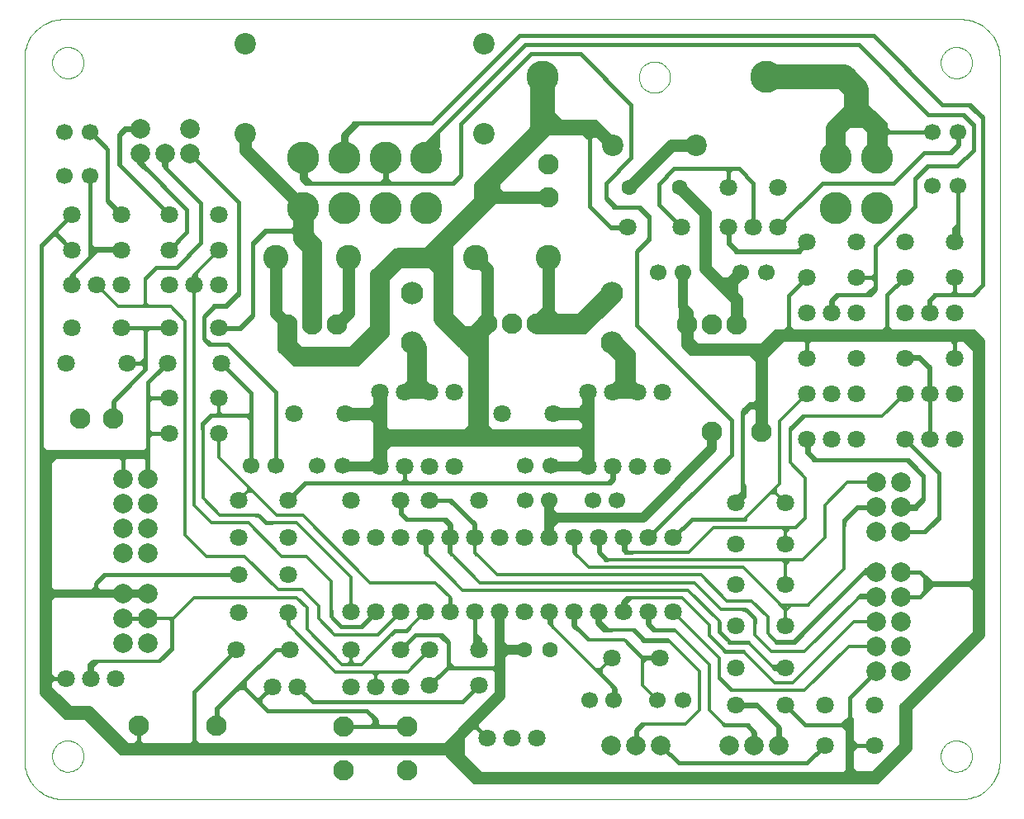
<source format=gbl>
G75*
%MOIN*%
%OFA0B0*%
%FSLAX24Y24*%
%IPPOS*%
%LPD*%
%AMOC8*
5,1,8,0,0,1.08239X$1,22.5*
%
%ADD10C,0.0000*%
%ADD11C,0.0709*%
%ADD12C,0.0669*%
%ADD13C,0.0630*%
%ADD14C,0.0827*%
%ADD15C,0.0787*%
%ADD16C,0.1024*%
%ADD17C,0.0866*%
%ADD18C,0.1299*%
%ADD19C,0.0906*%
%ADD20C,0.0500*%
%ADD21C,0.0800*%
%ADD22C,0.0100*%
%ADD23C,0.0700*%
%ADD24C,0.0560*%
%ADD25C,0.0150*%
%ADD26C,0.0400*%
%ADD27C,0.0120*%
%ADD28C,0.1000*%
%ADD29C,0.0320*%
%ADD30C,0.0160*%
%ADD31C,0.0140*%
%ADD32C,0.0239*%
%ADD33C,0.0240*%
%ADD34C,0.0200*%
D10*
X002390Y008381D02*
X038610Y008381D01*
X038610Y008385D02*
X038687Y008387D01*
X038764Y008393D01*
X038841Y008402D01*
X038917Y008415D01*
X038993Y008432D01*
X039067Y008453D01*
X039141Y008477D01*
X039213Y008505D01*
X039283Y008536D01*
X039352Y008571D01*
X039420Y008609D01*
X039485Y008650D01*
X039548Y008695D01*
X039609Y008743D01*
X039668Y008793D01*
X039724Y008846D01*
X039777Y008902D01*
X039827Y008961D01*
X039875Y009022D01*
X039920Y009085D01*
X039961Y009150D01*
X039999Y009218D01*
X040034Y009287D01*
X040065Y009357D01*
X040093Y009429D01*
X040117Y009503D01*
X040138Y009577D01*
X040155Y009653D01*
X040168Y009729D01*
X040177Y009806D01*
X040183Y009883D01*
X040185Y009960D01*
X040185Y038306D01*
X040183Y038383D01*
X040177Y038460D01*
X040168Y038537D01*
X040155Y038613D01*
X040138Y038689D01*
X040117Y038763D01*
X040093Y038837D01*
X040065Y038909D01*
X040034Y038979D01*
X039999Y039048D01*
X039961Y039116D01*
X039920Y039181D01*
X039875Y039244D01*
X039827Y039305D01*
X039777Y039364D01*
X039724Y039420D01*
X039668Y039473D01*
X039609Y039523D01*
X039548Y039571D01*
X039485Y039616D01*
X039420Y039657D01*
X039352Y039695D01*
X039283Y039730D01*
X039213Y039761D01*
X039141Y039789D01*
X039067Y039813D01*
X038993Y039834D01*
X038917Y039851D01*
X038841Y039864D01*
X038764Y039873D01*
X038687Y039879D01*
X038610Y039881D01*
X002390Y039881D01*
X002313Y039879D01*
X002236Y039873D01*
X002159Y039864D01*
X002083Y039851D01*
X002007Y039834D01*
X001933Y039813D01*
X001859Y039789D01*
X001787Y039761D01*
X001717Y039730D01*
X001648Y039695D01*
X001580Y039657D01*
X001515Y039616D01*
X001452Y039571D01*
X001391Y039523D01*
X001332Y039473D01*
X001276Y039420D01*
X001223Y039364D01*
X001173Y039305D01*
X001125Y039244D01*
X001080Y039181D01*
X001039Y039116D01*
X001001Y039048D01*
X000966Y038979D01*
X000935Y038909D01*
X000907Y038837D01*
X000883Y038763D01*
X000862Y038689D01*
X000845Y038613D01*
X000832Y038537D01*
X000823Y038460D01*
X000817Y038383D01*
X000815Y038306D01*
X000815Y009960D01*
X000817Y009883D01*
X000823Y009806D01*
X000832Y009729D01*
X000845Y009653D01*
X000862Y009577D01*
X000883Y009503D01*
X000907Y009429D01*
X000935Y009357D01*
X000966Y009287D01*
X001001Y009218D01*
X001039Y009150D01*
X001080Y009085D01*
X001125Y009022D01*
X001173Y008961D01*
X001223Y008902D01*
X001276Y008846D01*
X001332Y008793D01*
X001391Y008743D01*
X001452Y008695D01*
X001515Y008650D01*
X001580Y008609D01*
X001648Y008571D01*
X001717Y008536D01*
X001787Y008505D01*
X001859Y008477D01*
X001933Y008453D01*
X002007Y008432D01*
X002083Y008415D01*
X002159Y008402D01*
X002236Y008393D01*
X002313Y008387D01*
X002390Y008385D01*
X001937Y010133D02*
X001939Y010183D01*
X001945Y010233D01*
X001955Y010282D01*
X001969Y010330D01*
X001986Y010377D01*
X002007Y010422D01*
X002032Y010466D01*
X002060Y010507D01*
X002092Y010546D01*
X002126Y010583D01*
X002163Y010617D01*
X002203Y010647D01*
X002245Y010674D01*
X002289Y010698D01*
X002335Y010719D01*
X002382Y010735D01*
X002430Y010748D01*
X002480Y010757D01*
X002529Y010762D01*
X002580Y010763D01*
X002630Y010760D01*
X002679Y010753D01*
X002728Y010742D01*
X002776Y010727D01*
X002822Y010709D01*
X002867Y010687D01*
X002910Y010661D01*
X002951Y010632D01*
X002990Y010600D01*
X003026Y010565D01*
X003058Y010527D01*
X003088Y010487D01*
X003115Y010444D01*
X003138Y010400D01*
X003157Y010354D01*
X003173Y010306D01*
X003185Y010257D01*
X003193Y010208D01*
X003197Y010158D01*
X003197Y010108D01*
X003193Y010058D01*
X003185Y010009D01*
X003173Y009960D01*
X003157Y009912D01*
X003138Y009866D01*
X003115Y009822D01*
X003088Y009779D01*
X003058Y009739D01*
X003026Y009701D01*
X002990Y009666D01*
X002951Y009634D01*
X002910Y009605D01*
X002867Y009579D01*
X002822Y009557D01*
X002776Y009539D01*
X002728Y009524D01*
X002679Y009513D01*
X002630Y009506D01*
X002580Y009503D01*
X002529Y009504D01*
X002480Y009509D01*
X002430Y009518D01*
X002382Y009531D01*
X002335Y009547D01*
X002289Y009568D01*
X002245Y009592D01*
X002203Y009619D01*
X002163Y009649D01*
X002126Y009683D01*
X002092Y009720D01*
X002060Y009759D01*
X002032Y009800D01*
X002007Y009844D01*
X001986Y009889D01*
X001969Y009936D01*
X001955Y009984D01*
X001945Y010033D01*
X001939Y010083D01*
X001937Y010133D01*
X025618Y037544D02*
X025620Y037594D01*
X025626Y037644D01*
X025636Y037693D01*
X025650Y037741D01*
X025667Y037788D01*
X025688Y037833D01*
X025713Y037877D01*
X025741Y037918D01*
X025773Y037957D01*
X025807Y037994D01*
X025844Y038028D01*
X025884Y038058D01*
X025926Y038085D01*
X025970Y038109D01*
X026016Y038130D01*
X026063Y038146D01*
X026111Y038159D01*
X026161Y038168D01*
X026210Y038173D01*
X026261Y038174D01*
X026311Y038171D01*
X026360Y038164D01*
X026409Y038153D01*
X026457Y038138D01*
X026503Y038120D01*
X026548Y038098D01*
X026591Y038072D01*
X026632Y038043D01*
X026671Y038011D01*
X026707Y037976D01*
X026739Y037938D01*
X026769Y037898D01*
X026796Y037855D01*
X026819Y037811D01*
X026838Y037765D01*
X026854Y037717D01*
X026866Y037668D01*
X026874Y037619D01*
X026878Y037569D01*
X026878Y037519D01*
X026874Y037469D01*
X026866Y037420D01*
X026854Y037371D01*
X026838Y037323D01*
X026819Y037277D01*
X026796Y037233D01*
X026769Y037190D01*
X026739Y037150D01*
X026707Y037112D01*
X026671Y037077D01*
X026632Y037045D01*
X026591Y037016D01*
X026548Y036990D01*
X026503Y036968D01*
X026457Y036950D01*
X026409Y036935D01*
X026360Y036924D01*
X026311Y036917D01*
X026261Y036914D01*
X026210Y036915D01*
X026161Y036920D01*
X026111Y036929D01*
X026063Y036942D01*
X026016Y036958D01*
X025970Y036979D01*
X025926Y037003D01*
X025884Y037030D01*
X025844Y037060D01*
X025807Y037094D01*
X025773Y037131D01*
X025741Y037170D01*
X025713Y037211D01*
X025688Y037255D01*
X025667Y037300D01*
X025650Y037347D01*
X025636Y037395D01*
X025626Y037444D01*
X025620Y037494D01*
X025618Y037544D01*
X037803Y038129D02*
X037805Y038179D01*
X037811Y038229D01*
X037821Y038278D01*
X037835Y038326D01*
X037852Y038373D01*
X037873Y038418D01*
X037898Y038462D01*
X037926Y038503D01*
X037958Y038542D01*
X037992Y038579D01*
X038029Y038613D01*
X038069Y038643D01*
X038111Y038670D01*
X038155Y038694D01*
X038201Y038715D01*
X038248Y038731D01*
X038296Y038744D01*
X038346Y038753D01*
X038395Y038758D01*
X038446Y038759D01*
X038496Y038756D01*
X038545Y038749D01*
X038594Y038738D01*
X038642Y038723D01*
X038688Y038705D01*
X038733Y038683D01*
X038776Y038657D01*
X038817Y038628D01*
X038856Y038596D01*
X038892Y038561D01*
X038924Y038523D01*
X038954Y038483D01*
X038981Y038440D01*
X039004Y038396D01*
X039023Y038350D01*
X039039Y038302D01*
X039051Y038253D01*
X039059Y038204D01*
X039063Y038154D01*
X039063Y038104D01*
X039059Y038054D01*
X039051Y038005D01*
X039039Y037956D01*
X039023Y037908D01*
X039004Y037862D01*
X038981Y037818D01*
X038954Y037775D01*
X038924Y037735D01*
X038892Y037697D01*
X038856Y037662D01*
X038817Y037630D01*
X038776Y037601D01*
X038733Y037575D01*
X038688Y037553D01*
X038642Y037535D01*
X038594Y037520D01*
X038545Y037509D01*
X038496Y037502D01*
X038446Y037499D01*
X038395Y037500D01*
X038346Y037505D01*
X038296Y037514D01*
X038248Y037527D01*
X038201Y037543D01*
X038155Y037564D01*
X038111Y037588D01*
X038069Y037615D01*
X038029Y037645D01*
X037992Y037679D01*
X037958Y037716D01*
X037926Y037755D01*
X037898Y037796D01*
X037873Y037840D01*
X037852Y037885D01*
X037835Y037932D01*
X037821Y037980D01*
X037811Y038029D01*
X037805Y038079D01*
X037803Y038129D01*
X037803Y010133D02*
X037805Y010183D01*
X037811Y010233D01*
X037821Y010282D01*
X037835Y010330D01*
X037852Y010377D01*
X037873Y010422D01*
X037898Y010466D01*
X037926Y010507D01*
X037958Y010546D01*
X037992Y010583D01*
X038029Y010617D01*
X038069Y010647D01*
X038111Y010674D01*
X038155Y010698D01*
X038201Y010719D01*
X038248Y010735D01*
X038296Y010748D01*
X038346Y010757D01*
X038395Y010762D01*
X038446Y010763D01*
X038496Y010760D01*
X038545Y010753D01*
X038594Y010742D01*
X038642Y010727D01*
X038688Y010709D01*
X038733Y010687D01*
X038776Y010661D01*
X038817Y010632D01*
X038856Y010600D01*
X038892Y010565D01*
X038924Y010527D01*
X038954Y010487D01*
X038981Y010444D01*
X039004Y010400D01*
X039023Y010354D01*
X039039Y010306D01*
X039051Y010257D01*
X039059Y010208D01*
X039063Y010158D01*
X039063Y010108D01*
X039059Y010058D01*
X039051Y010009D01*
X039039Y009960D01*
X039023Y009912D01*
X039004Y009866D01*
X038981Y009822D01*
X038954Y009779D01*
X038924Y009739D01*
X038892Y009701D01*
X038856Y009666D01*
X038817Y009634D01*
X038776Y009605D01*
X038733Y009579D01*
X038688Y009557D01*
X038642Y009539D01*
X038594Y009524D01*
X038545Y009513D01*
X038496Y009506D01*
X038446Y009503D01*
X038395Y009504D01*
X038346Y009509D01*
X038296Y009518D01*
X038248Y009531D01*
X038201Y009547D01*
X038155Y009568D01*
X038111Y009592D01*
X038069Y009619D01*
X038029Y009649D01*
X037992Y009683D01*
X037958Y009720D01*
X037926Y009759D01*
X037898Y009800D01*
X037873Y009844D01*
X037852Y009889D01*
X037835Y009936D01*
X037821Y009984D01*
X037811Y010033D01*
X037805Y010083D01*
X037803Y010133D01*
X001937Y038129D02*
X001939Y038179D01*
X001945Y038229D01*
X001955Y038278D01*
X001969Y038326D01*
X001986Y038373D01*
X002007Y038418D01*
X002032Y038462D01*
X002060Y038503D01*
X002092Y038542D01*
X002126Y038579D01*
X002163Y038613D01*
X002203Y038643D01*
X002245Y038670D01*
X002289Y038694D01*
X002335Y038715D01*
X002382Y038731D01*
X002430Y038744D01*
X002480Y038753D01*
X002529Y038758D01*
X002580Y038759D01*
X002630Y038756D01*
X002679Y038749D01*
X002728Y038738D01*
X002776Y038723D01*
X002822Y038705D01*
X002867Y038683D01*
X002910Y038657D01*
X002951Y038628D01*
X002990Y038596D01*
X003026Y038561D01*
X003058Y038523D01*
X003088Y038483D01*
X003115Y038440D01*
X003138Y038396D01*
X003157Y038350D01*
X003173Y038302D01*
X003185Y038253D01*
X003193Y038204D01*
X003197Y038154D01*
X003197Y038104D01*
X003193Y038054D01*
X003185Y038005D01*
X003173Y037956D01*
X003157Y037908D01*
X003138Y037862D01*
X003115Y037818D01*
X003088Y037775D01*
X003058Y037735D01*
X003026Y037697D01*
X002990Y037662D01*
X002951Y037630D01*
X002910Y037601D01*
X002867Y037575D01*
X002822Y037553D01*
X002776Y037535D01*
X002728Y037520D01*
X002679Y037509D01*
X002630Y037502D01*
X002580Y037499D01*
X002529Y037500D01*
X002480Y037505D01*
X002430Y037514D01*
X002382Y037527D01*
X002335Y037543D01*
X002289Y037564D01*
X002245Y037588D01*
X002203Y037615D01*
X002163Y037645D01*
X002126Y037679D01*
X002092Y037716D01*
X002060Y037755D01*
X002032Y037796D01*
X002007Y037840D01*
X001986Y037885D01*
X001969Y037932D01*
X001955Y037980D01*
X001945Y038029D01*
X001939Y038079D01*
X001937Y038129D01*
D11*
X002728Y031993D03*
X002728Y030576D03*
X002728Y029158D03*
X003728Y029158D03*
X004728Y029158D03*
X004728Y030576D03*
X004728Y031993D03*
X006665Y031993D03*
X006665Y030576D03*
X006665Y029158D03*
X007665Y029158D03*
X008665Y029158D03*
X008665Y030576D03*
X008665Y031993D03*
X008665Y027426D03*
X008748Y026009D03*
X008665Y024592D03*
X008665Y023174D03*
X006665Y023174D03*
X006665Y024592D03*
X006583Y026009D03*
X006665Y027426D03*
X004949Y026009D03*
X004728Y027426D03*
X002728Y027426D03*
X002508Y026009D03*
X009461Y020458D03*
X009461Y018952D03*
X009461Y017446D03*
X009461Y015940D03*
X009378Y014434D03*
X010827Y012938D03*
X011827Y012938D03*
X011543Y014434D03*
X011461Y015940D03*
X011461Y017446D03*
X011461Y018952D03*
X011461Y020458D03*
X013988Y020458D03*
X015161Y021832D03*
X016161Y021832D03*
X017161Y021832D03*
X018161Y021832D03*
X017177Y020458D03*
X015988Y020458D03*
X016000Y018946D03*
X015000Y018946D03*
X014000Y018946D03*
X017000Y018946D03*
X018000Y018946D03*
X019000Y018946D03*
X020000Y018946D03*
X021000Y018946D03*
X022000Y018946D03*
X023000Y018946D03*
X024000Y018946D03*
X025000Y018946D03*
X026000Y018946D03*
X027000Y018946D03*
X029539Y018706D03*
X029539Y020359D03*
X031539Y020359D03*
X031539Y018706D03*
X031539Y017052D03*
X031539Y015399D03*
X031539Y013706D03*
X031539Y012190D03*
X033122Y012190D03*
X033122Y010576D03*
X035122Y010576D03*
X035122Y012190D03*
X029539Y012190D03*
X029539Y013706D03*
X029539Y015399D03*
X029539Y017052D03*
X027000Y015946D03*
X026000Y015946D03*
X025000Y015946D03*
X024000Y015946D03*
X023000Y015946D03*
X022000Y015946D03*
X021000Y015946D03*
X020000Y015946D03*
X019000Y015946D03*
X018000Y015946D03*
X017000Y015946D03*
X016000Y015946D03*
X015000Y015946D03*
X014000Y015946D03*
X013988Y014434D03*
X013988Y012938D03*
X014988Y012938D03*
X015988Y012938D03*
X017177Y012977D03*
X017177Y014434D03*
X015988Y014434D03*
X019177Y014434D03*
X019177Y012977D03*
X019500Y010851D03*
X020500Y010851D03*
X021500Y010851D03*
X024535Y014099D03*
X026465Y014099D03*
X019177Y020458D03*
X020106Y023962D03*
X018161Y024832D03*
X017161Y024832D03*
X016161Y024832D03*
X015161Y024832D03*
X013748Y023962D03*
X011701Y023962D03*
X022154Y023962D03*
X023567Y024832D03*
X024567Y024832D03*
X025567Y024832D03*
X026567Y024832D03*
X026567Y021832D03*
X025567Y021832D03*
X024567Y021832D03*
X023567Y021832D03*
X032413Y022938D03*
X033413Y022938D03*
X034413Y022938D03*
X034413Y024769D03*
X033413Y024769D03*
X032413Y024769D03*
X032413Y026206D03*
X032413Y028036D03*
X033413Y028036D03*
X034413Y028036D03*
X034413Y029473D03*
X034413Y030891D03*
X036350Y030891D03*
X036350Y029473D03*
X036350Y028036D03*
X037350Y028036D03*
X038350Y028036D03*
X038350Y029473D03*
X038350Y030891D03*
X038350Y026206D03*
X038350Y024769D03*
X037350Y024769D03*
X036350Y024769D03*
X036350Y026206D03*
X034413Y026206D03*
X036350Y022938D03*
X037350Y022938D03*
X038350Y022938D03*
X032413Y029473D03*
X032413Y030891D03*
X031244Y031481D03*
X030244Y031481D03*
X029244Y031481D03*
X029244Y033095D03*
X031244Y033095D03*
X027331Y031481D03*
X025165Y031481D03*
X004492Y013273D03*
X003492Y013273D03*
X002492Y013273D03*
D12*
X009949Y021855D03*
X010972Y021855D03*
X012626Y021855D03*
X013650Y021855D03*
X021031Y021855D03*
X022055Y021855D03*
X021992Y020458D03*
X021016Y020458D03*
X023752Y020458D03*
X024728Y020458D03*
X024610Y012406D03*
X023634Y012406D03*
X026366Y012406D03*
X027390Y012406D03*
X027409Y029670D03*
X026386Y029670D03*
X029732Y029670D03*
X030756Y029670D03*
X037469Y033174D03*
X038492Y033174D03*
X038492Y035340D03*
X037469Y035340D03*
X003453Y035340D03*
X002429Y035340D03*
X002429Y033568D03*
X003453Y033568D03*
D13*
X020992Y014434D03*
X022016Y014434D03*
X025224Y033095D03*
X027272Y033095D03*
D14*
X021957Y032702D03*
X021957Y034040D03*
X021500Y027588D03*
X020500Y027588D03*
X019500Y027588D03*
X013429Y027564D03*
X012429Y027564D03*
X011429Y027564D03*
X004398Y023765D03*
X003059Y023765D03*
X005417Y011375D03*
X008567Y011375D03*
X013709Y011316D03*
X013709Y009544D03*
X016268Y009544D03*
X016268Y011316D03*
X028575Y023233D03*
X030575Y023233D03*
X029571Y027556D03*
X028571Y027556D03*
X027571Y027556D03*
D15*
X035213Y021182D03*
X036213Y021182D03*
X036213Y020182D03*
X035213Y020182D03*
X035213Y019182D03*
X036213Y019182D03*
X036213Y017576D03*
X036213Y016576D03*
X035213Y016576D03*
X035213Y017576D03*
X035213Y015576D03*
X036213Y015576D03*
X036213Y014576D03*
X035213Y014576D03*
X035213Y013576D03*
X036213Y013576D03*
X031264Y010576D03*
X030264Y010576D03*
X029264Y010576D03*
X026500Y010576D03*
X025500Y010576D03*
X024500Y010576D03*
X005787Y014694D03*
X004787Y014694D03*
X004787Y015694D03*
X004787Y016694D03*
X005787Y016694D03*
X005787Y015694D03*
X005787Y018328D03*
X004787Y018328D03*
X004787Y019328D03*
X004787Y020328D03*
X004787Y021328D03*
X005787Y021328D03*
X005787Y020328D03*
X005787Y019328D03*
X005484Y034462D03*
X005484Y035462D03*
X006484Y034462D03*
X007484Y034462D03*
X007484Y035462D03*
D16*
X010972Y030261D03*
X013886Y030261D03*
X019043Y030261D03*
X021957Y030261D03*
D17*
X024555Y034808D03*
X027941Y034808D03*
X019378Y035261D03*
X019378Y038883D03*
X009732Y038883D03*
X009732Y035261D03*
D18*
X012075Y034277D03*
X013728Y034277D03*
X015382Y034277D03*
X017035Y034277D03*
X017035Y032269D03*
X015382Y032269D03*
X013728Y032269D03*
X012075Y032269D03*
X021720Y037544D03*
X030776Y037544D03*
X033571Y034277D03*
X035224Y034277D03*
X035224Y032269D03*
X033571Y032269D03*
D19*
X024535Y028820D03*
X024535Y026820D03*
X016465Y026820D03*
X016465Y028820D03*
D20*
X013886Y028021D02*
X013429Y027564D01*
X013886Y028021D02*
X013886Y030261D01*
X012075Y032269D02*
X009732Y034611D01*
X009732Y035261D01*
X010972Y030261D02*
X010972Y028021D01*
X011429Y027564D01*
X013748Y023962D02*
X015060Y023962D01*
X015161Y024063D01*
X016161Y024832D02*
X016854Y024832D01*
X017161Y024832D01*
X019500Y027588D02*
X019500Y029804D01*
X019043Y030261D01*
X019544Y032702D02*
X019502Y032744D01*
X019544Y032702D02*
X021957Y032702D01*
X021957Y030261D02*
X021957Y028044D01*
X021500Y027588D01*
X023567Y024832D02*
X023567Y023942D01*
X023547Y023962D01*
X022154Y023962D01*
X022114Y023016D02*
X022153Y022977D01*
X023567Y022977D02*
X023567Y022308D01*
X023567Y021832D01*
X023567Y022977D02*
X023567Y023942D01*
X024567Y024832D02*
X025000Y024832D01*
X025075Y024832D01*
X025567Y024832D01*
X027571Y026781D02*
X027799Y026552D01*
X028465Y026552D01*
X030693Y026552D01*
X030575Y026434D01*
X030575Y024327D01*
X030575Y023233D01*
X030693Y026552D02*
X030752Y026552D01*
X031321Y027121D01*
X031500Y027121D01*
X031551Y027121D01*
X032504Y027121D01*
X035500Y027121D01*
X036000Y027121D01*
X038230Y027121D01*
X038809Y027121D01*
X039331Y026599D01*
X039331Y017832D01*
X039331Y017710D01*
X039331Y017069D01*
X039331Y015057D01*
X036387Y012113D01*
X036387Y010510D01*
X035181Y009304D01*
X035146Y009304D01*
X034752Y009304D01*
X034122Y009304D01*
X033965Y009273D02*
X031638Y009273D01*
X031500Y009273D01*
X019161Y009273D01*
X018004Y010430D01*
X018004Y010513D01*
X018083Y010592D01*
X018004Y010430D02*
X005598Y010430D01*
X005459Y010430D01*
X004894Y010430D01*
X003409Y011914D01*
X002594Y011914D01*
X001673Y012836D01*
X001673Y013261D01*
X001673Y016438D01*
X001673Y016529D01*
X001673Y016655D01*
X001673Y021808D01*
X021819Y035563D02*
X022941Y035563D01*
X023617Y035563D01*
X023800Y035563D01*
X024555Y034808D01*
X025224Y033095D02*
X026937Y034808D01*
X027941Y034808D01*
X027272Y033095D02*
X028295Y032072D01*
X028295Y029828D01*
X029152Y028971D01*
X029152Y029090D01*
X029732Y029670D01*
X029152Y028971D02*
X029571Y028552D01*
X029571Y027556D01*
X027571Y027556D02*
X027571Y026781D01*
X033965Y009273D02*
X034876Y009273D01*
X034922Y009273D01*
D21*
X025067Y025115D02*
X025067Y025143D01*
X025067Y026288D01*
X024535Y026820D01*
X023303Y027588D02*
X024535Y028820D01*
X023303Y027588D02*
X021500Y027588D01*
X019500Y027588D02*
X018794Y026882D01*
X018656Y026882D01*
X019138Y026400D01*
X019138Y023308D01*
X019083Y023253D01*
X016661Y025143D02*
X016661Y026623D01*
X016465Y026820D01*
X015165Y027305D02*
X014941Y027080D01*
X014122Y026262D01*
X011855Y026262D01*
X011429Y026688D01*
X011429Y027347D01*
X011429Y027564D01*
X012429Y027564D02*
X012429Y030686D01*
X012075Y031040D01*
X012075Y031320D01*
X012075Y032269D01*
X015165Y029505D02*
X015922Y030261D01*
X017148Y030261D01*
X017735Y030847D01*
X017735Y027804D01*
X018656Y026882D01*
X015165Y027305D02*
X015165Y029505D01*
X017735Y030847D02*
X019632Y032744D01*
X019632Y033376D01*
X021819Y035563D01*
X033571Y035458D02*
X033571Y034277D01*
X033571Y035458D02*
X034201Y036088D01*
X034398Y036088D01*
X034594Y036088D01*
X035224Y035458D01*
X035224Y035441D01*
X035224Y035379D01*
X035224Y034277D01*
D22*
X035535Y034954D02*
X035346Y035143D01*
X035535Y034954D02*
X035567Y034954D01*
X035504Y035406D02*
X035504Y035418D01*
X035504Y035462D01*
X035480Y035551D02*
X035480Y035596D01*
X035528Y035643D01*
X035404Y035643D01*
X035404Y035621D01*
X035280Y035497D01*
X035519Y035710D02*
X034828Y036401D01*
X034661Y036401D01*
X034661Y036366D01*
X034620Y036325D01*
X034715Y036325D01*
X034715Y036365D01*
X034754Y036365D01*
X034715Y036325D02*
X034715Y036208D01*
X034594Y036088D01*
X037075Y034438D02*
X037109Y034473D01*
X038235Y034473D01*
X038553Y034790D01*
X038553Y035300D01*
X038539Y035315D01*
X038539Y035345D01*
X038497Y035386D01*
X038456Y035345D01*
X038456Y035300D01*
X038492Y035337D01*
X038492Y035340D01*
X038539Y035315D02*
X038539Y035198D01*
X038553Y035300D02*
X038553Y035340D01*
X038456Y035300D02*
X038456Y034825D01*
X038131Y034500D01*
X037911Y034500D01*
X037292Y033924D02*
X037264Y033951D01*
X037252Y033951D01*
X037292Y033924D02*
X036762Y033394D01*
X036762Y033331D01*
X038488Y031633D02*
X038488Y031541D01*
X038373Y031426D01*
X038373Y031040D01*
X038362Y031028D01*
X038350Y031017D01*
X038350Y030891D01*
X038344Y030877D02*
X038332Y030877D01*
X038311Y030898D01*
X038311Y031456D01*
X038488Y031633D01*
X039489Y029193D02*
X039489Y029166D01*
X039508Y029147D01*
X039489Y029193D02*
X039069Y028773D01*
X038876Y028773D01*
X038476Y028784D02*
X038378Y028883D01*
X038319Y028883D01*
X038205Y028769D01*
X038350Y028759D02*
X038451Y028759D01*
X038476Y028784D01*
X037664Y028781D02*
X037543Y028781D01*
X037295Y028533D01*
X037295Y028046D01*
X037330Y028012D01*
X037361Y028012D01*
X037363Y028010D01*
X037369Y028010D01*
X037405Y028046D01*
X037405Y028512D01*
X037614Y028720D01*
X037614Y028730D01*
X037664Y028781D01*
X037357Y028036D02*
X037350Y028036D01*
X037357Y028036D02*
X037361Y028033D01*
X037361Y028016D01*
X037355Y028010D01*
X037363Y028010D01*
X038041Y027049D02*
X038081Y027049D01*
X038276Y026855D01*
X038325Y026855D01*
X038371Y026809D01*
X038480Y026918D01*
X038371Y026809D02*
X038344Y026809D01*
X038192Y026962D01*
X038192Y027012D01*
X038265Y027085D01*
X038469Y027182D02*
X038606Y027320D01*
X039126Y027320D01*
X039125Y027321D01*
X038570Y027321D01*
X039359Y026532D01*
X039444Y026532D01*
X039530Y026619D01*
X039530Y026914D01*
X039449Y026995D01*
X039453Y026895D02*
X039098Y027249D01*
X038941Y027249D01*
X039126Y027320D02*
X039528Y026918D01*
X039528Y026477D01*
X039528Y026442D01*
X039409Y026324D01*
X039528Y026477D02*
X039453Y026552D01*
X039453Y026599D01*
X039331Y026599D01*
X039453Y026599D02*
X039453Y026895D01*
X038357Y026774D02*
X038276Y026855D01*
X037385Y025845D02*
X037385Y024746D01*
X037306Y024825D01*
X037306Y025791D01*
X036935Y026162D01*
X036928Y026155D01*
X036500Y026155D01*
X036402Y026155D01*
X036350Y026206D01*
X036326Y026201D02*
X036326Y026240D01*
X036384Y026298D01*
X036931Y026298D01*
X037385Y025845D01*
X036402Y026155D02*
X036341Y026155D01*
X036312Y026183D01*
X036312Y026255D01*
X036348Y026291D01*
X036377Y026291D01*
X036387Y026281D01*
X036000Y027121D02*
X035986Y027121D01*
X035630Y027477D01*
X035618Y027454D02*
X035618Y027401D01*
X035622Y027397D01*
X035622Y027397D01*
X035583Y027414D02*
X035685Y027414D01*
X035618Y027454D02*
X035598Y027454D01*
X035429Y027284D01*
X035417Y027249D02*
X035476Y027308D01*
X035476Y027158D01*
X035488Y027147D01*
X035507Y027128D01*
X035500Y027121D01*
X035507Y027128D02*
X035622Y027243D01*
X035622Y027259D01*
X035573Y027308D02*
X035476Y027308D01*
X035583Y027414D01*
X035484Y027324D02*
X031224Y027324D01*
X031228Y027328D01*
X031701Y027328D01*
X031701Y027319D01*
X031730Y027290D01*
X031738Y027308D02*
X031811Y027308D01*
X031847Y027308D01*
X031850Y027311D01*
X031700Y027461D01*
X031631Y027461D01*
X031413Y027243D01*
X031413Y027174D01*
X031457Y027164D02*
X031457Y027265D01*
X031402Y027320D01*
X031220Y027320D01*
X031224Y027324D01*
X031220Y027320D02*
X030630Y026729D01*
X030587Y026698D02*
X031213Y027324D01*
X031213Y027320D01*
X031213Y027324D02*
X031217Y027328D01*
X031228Y027328D01*
X031135Y027332D02*
X031687Y027332D01*
X031701Y027319D01*
X031738Y027308D02*
X031665Y027235D01*
X031811Y027308D02*
X031701Y027418D01*
X031630Y027418D01*
X031492Y027281D01*
X031480Y027281D01*
X031457Y027164D02*
X031500Y027121D01*
X031457Y027164D02*
X031457Y027025D01*
X031492Y026989D01*
X031492Y026981D01*
X030646Y026135D01*
X030465Y026135D01*
X030091Y026509D01*
X030087Y026374D02*
X030177Y026374D01*
X031135Y027332D01*
X030587Y026698D02*
X030346Y026698D01*
X030087Y026374D02*
X030502Y025959D01*
X030502Y025951D01*
X030396Y024531D02*
X030250Y024384D01*
X030083Y024384D01*
X029811Y024112D01*
X029811Y024036D01*
X029954Y024036D01*
X029833Y023916D01*
X029954Y024036D02*
X030099Y024182D01*
X030293Y024182D01*
X030452Y024023D01*
X030452Y023960D01*
X029811Y024112D02*
X029782Y024083D01*
X029782Y023571D01*
X029822Y023531D01*
X031710Y023389D02*
X031710Y023365D01*
X031729Y023346D01*
X031710Y023365D02*
X031710Y023159D01*
X031731Y023280D02*
X031731Y023020D01*
X031731Y023280D02*
X032313Y023861D01*
X032182Y023861D01*
X031710Y023389D01*
X032313Y023861D02*
X032712Y023861D01*
X032448Y022967D02*
X032442Y022967D01*
X032413Y022938D01*
X032413Y022961D02*
X032512Y022862D01*
X032512Y022386D01*
X032837Y022060D01*
X032678Y022060D01*
X032355Y022383D01*
X032355Y022935D01*
X032387Y022967D01*
X032442Y022967D01*
X032448Y022967D02*
X032509Y022906D01*
X032837Y022060D02*
X033011Y022060D01*
X031146Y020954D02*
X031146Y020754D01*
X031130Y020764D02*
X031130Y020949D01*
X031137Y020957D01*
X031143Y020957D01*
X031146Y020954D01*
X031067Y020831D02*
X031067Y020816D01*
X031000Y020749D01*
X031114Y020749D01*
X031130Y020764D01*
X031000Y020749D02*
X030921Y020749D01*
X029910Y020623D02*
X029910Y021047D01*
X029834Y021123D01*
X029787Y020835D02*
X029787Y020722D01*
X029468Y020403D01*
X029468Y020331D01*
X029509Y020290D01*
X029577Y020290D01*
X029630Y020343D01*
X029555Y020343D01*
X029539Y020359D01*
X029519Y020350D02*
X029466Y020403D01*
X029466Y020514D01*
X029787Y020835D01*
X029811Y020631D02*
X029805Y020625D01*
X029795Y020625D01*
X029910Y020623D02*
X029630Y020343D01*
X029519Y020331D02*
X029519Y020350D01*
X031387Y019368D02*
X031387Y019363D01*
X031514Y019236D01*
X031558Y019280D01*
X031558Y019358D01*
X031648Y019328D02*
X031556Y019236D01*
X031514Y019236D01*
X031875Y019360D02*
X031913Y019360D01*
X032344Y019792D01*
X032344Y019723D01*
X032343Y019723D01*
X033886Y019686D02*
X033886Y019395D01*
X033927Y019436D01*
X033927Y019606D01*
X034432Y020111D01*
X035193Y020111D01*
X035250Y020168D01*
X035250Y020194D01*
X035201Y020243D01*
X035191Y020240D02*
X034440Y020240D01*
X033886Y019686D01*
X035213Y020182D02*
X035224Y020182D01*
X035228Y020186D01*
X035228Y020184D01*
X035236Y020176D01*
X035236Y020194D01*
X035191Y020240D01*
X036189Y020191D02*
X036263Y020265D01*
X036777Y020265D01*
X037130Y020618D01*
X037130Y020453D01*
X036783Y020106D01*
X036238Y020106D01*
X036191Y020153D01*
X036191Y020160D01*
X036213Y020182D01*
X036208Y020178D02*
X036202Y020178D01*
X036189Y020191D01*
X036191Y020203D02*
X036250Y020262D01*
X036312Y020262D01*
X036322Y020252D01*
X036191Y020203D02*
X036191Y020160D01*
X036218Y019222D02*
X037137Y019222D01*
X037711Y019796D01*
X037130Y020618D02*
X037130Y020704D01*
X037106Y021311D02*
X037106Y021382D01*
X036432Y022056D01*
X036456Y022056D01*
X036484Y022084D01*
X036218Y019222D02*
X036191Y019195D01*
X036191Y019187D01*
X036208Y019187D01*
X036213Y019182D01*
X035187Y017677D02*
X035172Y017677D01*
X034765Y017677D01*
X034664Y017576D01*
X034664Y017508D01*
X034641Y017486D01*
X035176Y017486D01*
X035210Y017520D01*
X035173Y017556D01*
X035193Y017556D01*
X035213Y017576D01*
X035233Y017572D02*
X035233Y017616D01*
X035172Y017677D01*
X035187Y017677D02*
X035250Y017614D01*
X035250Y017559D01*
X035210Y017520D01*
X034925Y017577D02*
X034765Y017577D01*
X031897Y014709D01*
X031866Y014709D01*
X031864Y014707D01*
X031864Y014742D01*
X031869Y014747D01*
X031866Y014709D02*
X031581Y014709D01*
X031563Y014727D01*
X031864Y014707D02*
X031152Y014707D01*
X030814Y015045D01*
X030814Y015188D01*
X030845Y015219D01*
X030324Y015513D02*
X030324Y015651D01*
X030306Y015669D01*
X030324Y015651D02*
X030324Y015702D01*
X029952Y016075D01*
X029785Y016075D01*
X029816Y016043D01*
X029891Y016043D01*
X030285Y015650D01*
X030324Y015513D02*
X030315Y015503D01*
X029579Y014760D02*
X029294Y014760D01*
X028886Y015169D01*
X028886Y015140D01*
X028909Y015118D01*
X028934Y015092D01*
X028934Y015069D01*
X028934Y015092D02*
X029007Y015019D01*
X028909Y015118D02*
X028909Y015560D01*
X028529Y015940D01*
X028416Y015450D02*
X028416Y015049D01*
X028480Y014985D01*
X028512Y015000D02*
X028512Y014955D01*
X028523Y014943D01*
X028523Y014915D01*
X028416Y015022D01*
X028416Y015049D01*
X028512Y015000D02*
X029106Y014406D01*
X028591Y014848D02*
X028523Y014915D01*
X027123Y015176D02*
X027093Y015176D01*
X027050Y015219D01*
X027042Y015227D01*
X027000Y015227D01*
X027022Y015191D02*
X027050Y015219D01*
X027043Y015256D02*
X027123Y015176D01*
X027022Y015191D02*
X026203Y015191D01*
X025947Y015447D01*
X025947Y015927D01*
X025987Y015967D01*
X026043Y015967D01*
X026076Y015933D01*
X026080Y015909D02*
X026080Y015447D01*
X026270Y015256D01*
X027043Y015256D01*
X026815Y014773D02*
X025812Y014773D01*
X025685Y014900D01*
X025358Y015227D01*
X025303Y015227D01*
X025350Y015230D02*
X025032Y015230D01*
X025350Y015230D02*
X025779Y014802D01*
X025885Y014802D01*
X025865Y014822D01*
X025885Y014802D02*
X026363Y014802D01*
X026391Y014830D01*
X025746Y014900D02*
X025685Y014900D01*
X025051Y014841D02*
X024894Y014841D01*
X025051Y014841D02*
X025725Y014167D01*
X026445Y014167D01*
X026480Y014132D01*
X026480Y014105D01*
X026475Y014099D01*
X026465Y014099D01*
X026470Y014094D02*
X026475Y014099D01*
X026470Y014094D02*
X026421Y014094D01*
X026460Y014067D02*
X026485Y014092D01*
X026485Y014109D01*
X026458Y014137D01*
X025732Y014137D01*
X025681Y014188D01*
X025681Y014154D01*
X025768Y014067D01*
X025792Y014067D01*
X025804Y014054D01*
X025790Y014054D01*
X025780Y014064D01*
X025768Y014067D02*
X025768Y013840D01*
X025777Y013831D01*
X025777Y013933D01*
X025906Y014062D01*
X025885Y014067D02*
X026460Y014067D01*
X025885Y014067D02*
X025789Y013971D01*
X025789Y013910D01*
X024697Y012857D02*
X024697Y012449D01*
X024642Y012393D01*
X024642Y012403D01*
X024638Y012406D01*
X024610Y012406D01*
X024610Y012837D01*
X024634Y012860D01*
X024697Y012857D02*
X024094Y013460D01*
X024094Y013642D01*
X024015Y013562D01*
X024015Y013451D01*
X024562Y012904D01*
X024562Y012427D01*
X024596Y012393D01*
X024663Y012393D01*
X024694Y012424D01*
X024642Y012393D02*
X024639Y012390D01*
X025728Y011459D02*
X025459Y011190D01*
X025459Y010617D01*
X025500Y010576D01*
X025504Y010577D02*
X025504Y010558D01*
X025555Y010609D01*
X025555Y011152D01*
X025842Y011440D01*
X025885Y011440D01*
X025865Y011459D01*
X025728Y011459D01*
X025775Y011437D02*
X025830Y011437D01*
X025775Y011437D02*
X025500Y011162D01*
X025565Y011199D02*
X025565Y010588D01*
X025529Y010552D01*
X025491Y010552D01*
X025459Y010584D01*
X025459Y010617D01*
X025500Y010581D02*
X025504Y010577D01*
X024076Y013437D02*
X024076Y013595D01*
X024063Y013608D01*
X024065Y013635D02*
X024065Y013449D01*
X024076Y013437D01*
X023974Y013520D02*
X024000Y013546D01*
X024000Y013647D01*
X024053Y013647D01*
X024065Y013635D01*
X024000Y013647D02*
X023835Y013647D01*
X023656Y014832D02*
X023621Y014832D01*
X023020Y015433D01*
X023020Y015380D01*
X023122Y015278D01*
X023122Y015257D01*
X023112Y015247D02*
X023112Y015324D01*
X023058Y015378D01*
X023058Y015914D01*
X022996Y015976D01*
X022991Y015971D01*
X022991Y015356D01*
X022968Y015380D01*
X022968Y015959D01*
X022980Y015972D01*
X023004Y015972D01*
X023040Y015979D02*
X023065Y015955D01*
X023065Y015380D01*
X023169Y015275D01*
X023135Y015266D02*
X023122Y015278D01*
X023135Y015266D02*
X023135Y015302D01*
X023112Y015324D01*
X023050Y015309D02*
X023045Y015309D01*
X022946Y015409D01*
X022946Y015962D01*
X022963Y015979D01*
X023040Y015979D01*
X023050Y015309D02*
X023112Y015247D01*
X023142Y015217D01*
X023912Y015504D02*
X023912Y015952D01*
X023932Y015972D01*
X024022Y015972D01*
X024024Y015969D01*
X024050Y015969D01*
X024070Y015949D01*
X024070Y015455D01*
X024053Y015565D02*
X024395Y015223D01*
X024516Y015223D01*
X024500Y015207D01*
X024209Y015207D01*
X023912Y015504D01*
X024053Y015565D02*
X024053Y015944D01*
X024030Y015967D01*
X024009Y015967D01*
X024000Y015958D01*
X024000Y015946D01*
X024003Y015943D01*
X024926Y015943D02*
X024943Y015926D01*
X024950Y015926D02*
X024926Y015950D01*
X024926Y016354D01*
X024986Y016414D01*
X025109Y016414D01*
X025243Y016548D01*
X025238Y016553D01*
X025120Y016553D01*
X024926Y016359D01*
X024926Y015943D01*
X024950Y015926D02*
X025029Y015926D01*
X025075Y015973D01*
X025075Y016009D01*
X025012Y015946D01*
X025000Y015946D01*
X025001Y015961D02*
X025001Y015926D01*
X025073Y015998D01*
X025073Y016314D01*
X025283Y016524D01*
X025312Y016524D01*
X025375Y016524D01*
X025382Y016517D01*
X025352Y016517D01*
X025382Y016517D02*
X025490Y016517D01*
X025312Y016524D02*
X025046Y016257D01*
X025046Y016155D01*
X025075Y016125D01*
X025075Y016009D01*
X025003Y015962D02*
X025001Y015961D01*
X026006Y015958D02*
X026030Y015958D01*
X026080Y015909D01*
X025333Y018339D02*
X025073Y018339D01*
X024949Y018463D01*
X024949Y018945D01*
X024964Y018960D01*
X025015Y018960D01*
X025000Y018946D01*
X025043Y018946D01*
X025059Y018962D01*
X025059Y018848D01*
X025096Y018811D01*
X025096Y018868D01*
X025096Y018930D01*
X025063Y018963D01*
X025001Y018963D01*
X025096Y018868D01*
X025096Y018811D02*
X025096Y018469D01*
X025210Y018355D01*
X025291Y018355D01*
X025333Y018339D02*
X025359Y018365D01*
X024574Y018065D02*
X024357Y018065D01*
X024054Y018367D01*
X024054Y018935D01*
X024014Y018975D01*
X023961Y018975D01*
X023950Y018964D01*
X023950Y018363D01*
X024272Y018041D01*
X024285Y018053D01*
X024294Y018053D01*
X024272Y018041D02*
X024348Y018041D01*
X025015Y018960D02*
X025061Y018960D01*
X025065Y018956D01*
X023701Y019765D02*
X023587Y019765D01*
X023539Y019812D01*
X023539Y019895D01*
X023007Y018979D02*
X023050Y018936D01*
X023050Y018351D01*
X023004Y018398D01*
X023004Y018976D01*
X022967Y018940D01*
X022971Y018936D01*
X022971Y018946D01*
X023000Y018946D01*
X022971Y018936D02*
X022971Y018344D01*
X023125Y018190D01*
X022489Y019778D02*
X022409Y019778D01*
X022394Y019793D01*
X022394Y019765D01*
X022299Y019765D01*
X022394Y019793D02*
X022150Y020037D01*
X022191Y021682D02*
X021999Y021682D01*
X021904Y021778D01*
X021904Y021914D01*
X021989Y021999D01*
X023177Y021999D01*
X023177Y021965D01*
X023143Y021931D01*
X023177Y021999D02*
X023255Y021999D01*
X023306Y022049D01*
X023406Y022488D02*
X023174Y022719D01*
X023232Y022697D02*
X023433Y022497D01*
X023433Y022494D01*
X023426Y022488D01*
X023406Y022488D01*
X023433Y022494D02*
X023563Y022625D01*
X023563Y023443D01*
X023243Y023763D01*
X023206Y023763D01*
X023529Y023440D01*
X023529Y023383D01*
X023419Y023273D01*
X023223Y023273D01*
X023354Y023403D01*
X023354Y023613D01*
X023237Y023729D01*
X023237Y024203D01*
X023355Y024321D01*
X023439Y024321D01*
X023447Y023459D02*
X023211Y023223D01*
X023039Y023223D01*
X023343Y022977D02*
X023492Y022977D01*
X023461Y023009D01*
X023447Y023009D01*
X023232Y022794D01*
X023232Y022697D01*
X023447Y023009D02*
X023447Y023459D01*
X023492Y022977D02*
X023567Y022977D01*
X022506Y023238D02*
X022441Y023238D01*
X022180Y022977D01*
X022153Y022977D01*
X022114Y023016D02*
X021971Y023016D01*
X021937Y023051D01*
X021779Y023051D01*
X021657Y023172D01*
X021657Y023162D01*
X022274Y021766D02*
X022191Y021682D01*
X024231Y021135D02*
X024309Y021135D01*
X024541Y021367D01*
X024567Y021341D01*
X024567Y021324D01*
X024567Y021229D01*
X024465Y021127D01*
X012177Y021127D01*
X012159Y021156D02*
X012104Y021156D01*
X011433Y020485D01*
X011433Y020438D01*
X012104Y021156D02*
X012134Y021186D01*
X012280Y021186D01*
X012311Y021155D01*
X013504Y021790D02*
X013504Y021917D01*
X013590Y022003D01*
X014110Y022003D01*
X014110Y022003D01*
X014957Y022003D01*
X015364Y022502D02*
X015569Y022707D01*
X015569Y022938D01*
X015537Y022970D01*
X015537Y022977D01*
X015569Y022938D02*
X015569Y023242D01*
X015357Y023455D01*
X015246Y023455D01*
X014955Y023581D02*
X014759Y023777D01*
X014759Y023791D01*
X014930Y023962D01*
X015060Y023962D01*
X014957Y023989D02*
X014930Y023962D01*
X014957Y023989D02*
X014957Y024345D01*
X014762Y024149D01*
X014762Y024039D01*
X015980Y024883D02*
X017294Y024883D01*
X017343Y024932D01*
X017343Y024945D01*
X016980Y025308D01*
X016980Y025228D01*
X016957Y025204D01*
X016957Y025202D01*
X016646Y025202D01*
X016531Y025088D01*
X016638Y025088D01*
X016661Y025111D01*
X016398Y025111D01*
X016173Y024887D01*
X016169Y024891D01*
X016551Y025273D01*
X016516Y025273D01*
X016217Y024973D01*
X016276Y024914D01*
X016173Y024887D02*
X016535Y024887D01*
X016531Y025088D02*
X016417Y025088D01*
X016453Y025202D02*
X016646Y025202D01*
X016807Y025040D01*
X016807Y025095D01*
X016862Y025040D01*
X016937Y025115D01*
X016955Y025097D01*
X017037Y025097D01*
X016953Y025013D01*
X016953Y025052D01*
X016508Y025497D01*
X016393Y025369D02*
X016393Y025290D01*
X016202Y025099D01*
X016125Y025099D01*
X016005Y024979D01*
X016005Y024908D01*
X015980Y024883D01*
X016030Y024858D02*
X016030Y025006D01*
X016393Y025369D01*
X016551Y025273D02*
X016555Y025273D01*
X016689Y025351D02*
X016925Y025115D01*
X016937Y025115D01*
X016862Y025040D02*
X016862Y024840D01*
X016854Y024832D01*
X016819Y025029D02*
X016807Y025040D01*
X016807Y025095D02*
X016807Y025127D01*
X016661Y025111D02*
X016661Y025143D01*
X016980Y025228D02*
X017109Y025099D01*
X017186Y025099D01*
X017359Y024926D01*
X017359Y024785D01*
X017340Y024766D01*
X018846Y023523D02*
X018852Y023517D01*
X018855Y023517D01*
X018561Y023223D01*
X018543Y023223D01*
X018582Y023184D01*
X018664Y023184D01*
X018812Y023332D01*
X019549Y023332D01*
X019640Y023241D01*
X019740Y023241D01*
X019497Y023484D01*
X019497Y026541D01*
X019288Y026750D01*
X019288Y026893D01*
X019340Y026996D02*
X019291Y027044D01*
X018991Y027044D01*
X018885Y027150D01*
X018822Y027087D01*
X018822Y027032D01*
X018806Y027016D01*
X018030Y027016D01*
X017384Y027661D01*
X017384Y030001D01*
X017387Y030004D01*
X017467Y029916D02*
X017383Y029833D01*
X017283Y029833D01*
X017294Y029844D01*
X017294Y030116D01*
X017148Y030261D01*
X017153Y029902D02*
X016004Y029902D01*
X016018Y029916D01*
X017467Y029916D01*
X017387Y029668D02*
X017153Y029902D01*
X017387Y029668D02*
X017387Y029379D01*
X017690Y029077D01*
X018197Y027701D02*
X018449Y027450D01*
X019289Y027450D01*
X019498Y027242D01*
X019498Y026401D01*
X019418Y026481D01*
X019418Y026996D01*
X019340Y026996D01*
X019340Y026638D01*
X019316Y026662D01*
X019297Y026662D01*
X019288Y026671D01*
X019288Y026750D01*
X018822Y026908D02*
X018822Y027032D01*
X018822Y026908D02*
X018796Y026882D01*
X018794Y026882D01*
X018885Y027150D02*
X018676Y027360D01*
X018837Y027360D01*
X018906Y027429D01*
X018534Y027429D01*
X018476Y027371D01*
X015513Y027161D02*
X015513Y029491D01*
X015669Y029647D01*
X014813Y029650D02*
X015772Y030609D01*
X016087Y030609D01*
X016318Y030379D01*
X014813Y029650D02*
X014813Y027145D01*
X014906Y027051D01*
X014912Y027051D01*
X014941Y027080D01*
X015513Y027161D02*
X014264Y025912D01*
X011704Y025912D01*
X011077Y026539D01*
X011077Y027514D01*
X011119Y027555D01*
X011437Y027555D01*
X011437Y027355D01*
X011429Y027347D01*
X011451Y027541D02*
X011437Y027555D01*
X012429Y027564D02*
X012516Y027477D01*
X012559Y027477D01*
X012780Y027698D01*
X012780Y030895D01*
X012425Y031249D01*
X012425Y031922D01*
X012319Y032029D01*
X012319Y032175D01*
X012311Y032183D01*
X011878Y032183D01*
X009534Y034527D01*
X009534Y035349D01*
X009639Y035454D01*
X009834Y035454D01*
X009924Y035364D01*
X009924Y034705D01*
X012143Y032486D01*
X012143Y032090D01*
X012311Y032183D02*
X012389Y032183D01*
X011846Y031694D02*
X011846Y031497D01*
X011846Y031466D01*
X011937Y031375D01*
X011937Y031320D01*
X012075Y031320D02*
X012157Y031237D01*
X012157Y031107D01*
X012169Y031119D01*
X012201Y031119D01*
X012122Y031040D01*
X012075Y031040D01*
X011748Y031158D02*
X011610Y031296D01*
X011610Y031343D01*
X011764Y031497D01*
X011846Y031497D01*
X011846Y031694D02*
X011724Y031816D01*
X011724Y030883D01*
X012252Y030355D01*
X012358Y030355D01*
X010052Y027964D02*
X010017Y027998D01*
X009492Y027473D01*
X008712Y027473D01*
X008665Y027426D01*
X008626Y027424D02*
X008674Y027473D01*
X008712Y027473D01*
X008654Y027471D02*
X008628Y027444D01*
X008628Y027394D01*
X008630Y027394D01*
X008665Y027360D01*
X009523Y027360D01*
X010052Y027888D01*
X010052Y027964D01*
X009487Y028754D02*
X008979Y028245D01*
X008472Y028245D01*
X008464Y028346D02*
X008930Y028346D01*
X009467Y028884D01*
X009467Y028941D01*
X009487Y028921D01*
X009487Y028754D01*
X008464Y028346D02*
X008018Y027900D01*
X008018Y026980D01*
X008071Y026927D01*
X008065Y026927D01*
X008038Y026954D01*
X008038Y027295D01*
X008065Y026927D02*
X008282Y026710D01*
X009050Y026710D01*
X009156Y026603D01*
X009050Y026710D02*
X009014Y026745D01*
X009036Y026745D01*
X009039Y026749D01*
X009014Y026745D02*
X008570Y026745D01*
X008441Y026739D02*
X008259Y026739D01*
X008071Y026927D01*
X006551Y025962D02*
X006551Y025941D01*
X005828Y025218D01*
X005828Y022111D01*
X005800Y022084D01*
X005772Y022084D01*
X005777Y022079D01*
X005788Y022079D01*
X005828Y022038D01*
X005828Y021425D01*
X005819Y021416D01*
X005800Y021416D01*
X005828Y021322D02*
X005806Y021301D01*
X005777Y021301D01*
X005744Y021334D01*
X005744Y022086D01*
X005617Y022213D01*
X005661Y022194D02*
X004925Y022194D01*
X004811Y022080D01*
X004776Y022080D01*
X004626Y022229D01*
X004591Y022229D01*
X005350Y022297D02*
X005518Y022297D01*
X005763Y022542D01*
X005763Y025221D01*
X006505Y025962D01*
X006551Y025962D01*
X005655Y026009D02*
X005587Y025941D01*
X005583Y025941D01*
X005620Y025942D02*
X005650Y025911D01*
X005650Y025686D01*
X004460Y024496D01*
X004460Y023801D01*
X004409Y023750D01*
X004409Y023755D02*
X004399Y023765D01*
X004398Y023765D01*
X004409Y023755D02*
X004363Y023755D01*
X004348Y023770D01*
X004348Y024455D01*
X005620Y025727D01*
X005620Y025942D01*
X005811Y024761D02*
X005811Y024737D01*
X005945Y024603D01*
X005945Y024568D01*
X005888Y024511D01*
X005852Y024511D01*
X005803Y024560D01*
X005888Y024511D02*
X005835Y024458D01*
X005799Y023340D02*
X005925Y023214D01*
X005917Y023206D01*
X005886Y023206D01*
X005886Y023174D01*
X005925Y023135D02*
X005831Y023040D01*
X005925Y023135D02*
X005925Y023214D01*
X005803Y022595D02*
X005803Y022560D01*
X005650Y022406D01*
X005560Y022367D02*
X005783Y022590D01*
X005783Y022540D01*
X005819Y022505D01*
X005819Y022580D01*
X005803Y022595D01*
X005819Y022505D02*
X005819Y022458D01*
X005772Y022410D01*
X005772Y022084D01*
X005661Y022194D01*
X005732Y022198D02*
X001760Y022198D01*
X001870Y022088D01*
X001870Y021989D01*
X001760Y021989D01*
X001760Y022061D01*
X001760Y022148D01*
X001760Y022304D01*
X001811Y022304D01*
X001811Y022332D01*
X001508Y022635D01*
X001504Y022635D01*
X001575Y022564D01*
X001575Y022418D01*
X001591Y022403D01*
X001610Y022403D01*
X001610Y022426D01*
X005752Y022426D01*
X005803Y022269D02*
X005732Y022198D01*
X005828Y022111D02*
X005828Y021322D01*
X005560Y022367D02*
X005515Y022367D01*
X008500Y023883D02*
X008504Y023887D01*
X008508Y023887D01*
X008654Y024032D01*
X008669Y024032D01*
X008803Y023899D01*
X008508Y023879D02*
X008508Y023887D01*
X009831Y023906D02*
X009831Y023859D01*
X009921Y023769D01*
X009949Y023899D02*
X009949Y024036D01*
X009945Y024040D01*
X009945Y024021D01*
X009831Y023906D01*
X009843Y021009D02*
X009846Y021005D01*
X009862Y021005D01*
X009900Y020968D01*
X009854Y021009D02*
X009843Y021009D01*
X009846Y021005D02*
X009846Y020859D01*
X009854Y020832D02*
X009854Y021009D01*
X009854Y020832D02*
X010039Y020832D01*
X010083Y020788D01*
X010132Y019875D02*
X010173Y019834D01*
X010250Y019834D01*
X010555Y019530D01*
X010776Y019530D01*
X010800Y019569D02*
X010613Y019569D01*
X010590Y019592D01*
X010539Y019592D01*
X010590Y019592D02*
X010307Y019875D01*
X010132Y019875D01*
X010800Y019569D02*
X010837Y019531D01*
X009468Y017474D02*
X009496Y017446D01*
X009496Y017439D01*
X009475Y017418D01*
X004050Y017418D01*
X003729Y017098D01*
X003729Y016930D01*
X003910Y016749D01*
X003940Y016749D01*
X003937Y016702D02*
X003695Y016944D01*
X003695Y017024D01*
X003658Y017060D01*
X003658Y017135D01*
X003653Y017129D01*
X003653Y016950D01*
X003401Y016699D01*
X003401Y016666D01*
X003551Y016741D02*
X003551Y016804D01*
X003560Y016833D02*
X003653Y016926D01*
X003673Y016926D01*
X003681Y016934D01*
X003681Y017025D01*
X003714Y017099D02*
X003714Y016909D01*
X003697Y016926D01*
X003673Y016926D01*
X003714Y016909D02*
X003714Y016736D01*
X003712Y016734D01*
X003937Y016702D02*
X004031Y016702D01*
X003714Y017099D02*
X004053Y017438D01*
X004348Y017438D01*
X004378Y017467D01*
X003990Y017467D01*
X003658Y017135D01*
X003653Y017129D02*
X003653Y017141D01*
X003986Y017474D01*
X009468Y017474D01*
X011422Y015945D02*
X011422Y015471D01*
X011527Y015366D01*
X011513Y015435D02*
X011513Y015906D01*
X011513Y015925D01*
X011477Y015961D01*
X011477Y015956D01*
X011461Y015940D01*
X011461Y015959D01*
X011513Y015906D01*
X011477Y015961D02*
X011438Y015961D01*
X011422Y015945D01*
X011546Y014476D02*
X010966Y014476D01*
X010888Y014398D01*
X010888Y014333D01*
X010938Y014383D01*
X011544Y014383D01*
X011572Y014411D01*
X011572Y014456D01*
X011552Y014476D01*
X011552Y014470D02*
X011546Y014476D01*
X011552Y014470D02*
X011552Y014439D01*
X011547Y014434D01*
X011543Y014434D01*
X010888Y014333D02*
X010803Y014248D01*
X009777Y013245D02*
X009733Y013201D01*
X009733Y012868D01*
X009728Y012873D01*
X009460Y012873D01*
X008636Y012049D01*
X008636Y011469D01*
X008567Y011399D01*
X008567Y011375D01*
X008573Y011369D01*
X008573Y011359D01*
X008550Y011359D01*
X008519Y011389D01*
X008519Y012023D01*
X008619Y012123D01*
X008619Y012091D01*
X008628Y012082D01*
X008628Y011393D01*
X008587Y011352D01*
X007860Y010605D02*
X007696Y010768D01*
X007661Y010768D01*
X007434Y010542D01*
X007434Y010500D01*
X007432Y010498D01*
X007390Y010498D01*
X005859Y010498D01*
X005592Y010230D01*
X004806Y010230D01*
X003323Y011714D01*
X002613Y011714D01*
X002665Y011662D01*
X003252Y011662D01*
X004698Y010216D01*
X018131Y010216D01*
X018174Y010258D01*
X018363Y010412D02*
X018451Y010324D01*
X018451Y010930D01*
X018524Y011003D01*
X018524Y010200D01*
X018487Y010164D01*
X018363Y010412D02*
X018363Y010930D01*
X018407Y010886D01*
X018444Y010886D01*
X018254Y010696D01*
X018254Y010609D01*
X020173Y012528D01*
X020173Y012951D01*
X020049Y012951D01*
X020049Y012662D01*
X020149Y012562D01*
X018426Y010839D01*
X018426Y010826D01*
X018443Y010810D01*
X018451Y010810D01*
X018500Y010761D01*
X018500Y010635D01*
X018451Y010810D02*
X018433Y010828D01*
X018197Y010592D01*
X018146Y010592D01*
X018362Y010808D01*
X018323Y010903D02*
X018067Y010647D01*
X018067Y010607D01*
X018083Y010592D01*
X018146Y010592D01*
X017850Y010560D02*
X018323Y011032D01*
X018323Y010903D01*
X018480Y011312D02*
X017823Y010655D01*
X017821Y010655D01*
X017754Y010587D01*
X017748Y010580D02*
X017748Y010560D01*
X017850Y010560D01*
X017823Y010655D02*
X017748Y010580D01*
X017821Y010655D02*
X018636Y011469D01*
X018925Y011469D01*
X018925Y011363D01*
X018898Y011336D01*
X018898Y011323D01*
X018869Y011293D01*
X019058Y011293D01*
X019043Y011278D01*
X019043Y011266D01*
X019089Y011313D01*
X019089Y011471D01*
X019065Y011530D02*
X019065Y011301D01*
X019058Y011293D01*
X019043Y011266D02*
X018887Y011266D01*
X018848Y011305D01*
X018874Y011312D02*
X018898Y011336D01*
X018925Y011469D02*
X018946Y011469D01*
X019051Y011545D02*
X019065Y011530D01*
X019114Y011568D02*
X019047Y011635D01*
X019012Y011635D01*
X018996Y011619D01*
X018661Y011312D02*
X018480Y011312D01*
X017655Y010506D02*
X020013Y012864D01*
X020013Y012859D01*
X020013Y012849D01*
X020013Y012859D02*
X020000Y012859D01*
X020013Y012859D02*
X020042Y012859D01*
X020104Y012797D01*
X020089Y012797D01*
X020114Y012773D02*
X020043Y012702D01*
X020000Y012702D01*
X020055Y012773D02*
X020114Y012773D01*
X020149Y012911D02*
X020091Y012970D01*
X020115Y012994D01*
X020115Y013010D01*
X020115Y013180D01*
X020115Y013010D02*
X020067Y012962D01*
X020000Y013029D01*
X020173Y012951D02*
X020173Y014149D01*
X020457Y014433D01*
X020281Y014308D02*
X020281Y014567D01*
X020118Y014731D01*
X020061Y014731D01*
X020000Y014670D01*
X020000Y014506D01*
X020281Y014308D02*
X020119Y014146D01*
X019957Y013843D02*
X019878Y013843D01*
X019744Y013710D01*
X019759Y013694D01*
X019759Y013615D01*
X019715Y013660D01*
X019715Y013709D01*
X019891Y013885D01*
X019791Y013710D02*
X019803Y013698D01*
X019803Y013686D01*
X019791Y013710D02*
X019744Y013710D01*
X019744Y013666D01*
X019866Y013544D01*
X019876Y013498D02*
X019759Y013615D01*
X019876Y013498D02*
X019968Y013498D01*
X020149Y012911D02*
X020149Y012562D01*
X019177Y014434D02*
X019177Y014606D01*
X019202Y014631D01*
X018150Y013705D02*
X017885Y013705D01*
X017896Y013716D01*
X017896Y014715D01*
X017612Y014999D01*
X017653Y015059D02*
X017481Y015059D01*
X017433Y015010D01*
X017328Y015010D01*
X017653Y015059D02*
X017963Y014749D01*
X017963Y013892D01*
X018150Y013705D01*
X018135Y013709D02*
X018102Y013677D01*
X018102Y013686D01*
X018106Y013690D01*
X018079Y013690D01*
X017929Y013690D01*
X017925Y013686D01*
X017885Y013705D02*
X017865Y013685D01*
X017826Y013668D02*
X017901Y013742D01*
X017901Y013822D01*
X017939Y013860D01*
X017939Y013890D01*
X018119Y013709D01*
X018135Y013709D01*
X018102Y013677D02*
X018004Y013677D01*
X018008Y013698D02*
X017978Y013668D01*
X017826Y013668D01*
X017953Y013816D02*
X018079Y013690D01*
X016400Y015317D02*
X016337Y015317D01*
X016252Y015233D01*
X015791Y015233D01*
X015720Y015162D01*
X015741Y015181D02*
X015774Y015214D01*
X015843Y015145D01*
X016228Y015145D01*
X016400Y015317D01*
X016227Y015214D02*
X015774Y015214D01*
X015757Y015145D02*
X015634Y015023D01*
X015652Y015082D02*
X015696Y015082D01*
X015757Y015144D01*
X015757Y015145D01*
X015843Y015145D01*
X016227Y015214D02*
X016977Y015964D01*
X016997Y015964D01*
X017000Y015961D01*
X017000Y015946D01*
X016995Y015938D02*
X016995Y015962D01*
X016997Y015964D01*
X017974Y015951D02*
X017974Y016597D01*
X017924Y016647D01*
X017974Y016597D02*
X018042Y016529D01*
X018042Y016009D01*
X018042Y015959D01*
X018042Y015946D01*
X018000Y015946D01*
X017992Y015934D02*
X018042Y015934D01*
X018042Y015959D02*
X018010Y015927D01*
X018010Y015923D01*
X017992Y015934D02*
X017974Y015951D01*
X016007Y015953D02*
X016000Y015946D01*
X016007Y015953D02*
X016007Y015962D01*
X015964Y015962D01*
X015056Y015053D01*
X014428Y015329D02*
X015028Y015930D01*
X015028Y015958D01*
X015019Y015968D01*
X015000Y015958D02*
X014999Y015959D01*
X014999Y015908D01*
X014419Y015327D01*
X014338Y015327D01*
X014336Y015329D01*
X013591Y015329D01*
X013191Y015729D01*
X013191Y016071D01*
X013226Y016036D01*
X013226Y015767D01*
X013622Y015372D01*
X014435Y015372D01*
X014428Y015329D02*
X014336Y015329D01*
X014338Y015327D02*
X013610Y015327D01*
X013198Y015739D01*
X013198Y015856D01*
X015000Y015946D02*
X015000Y015958D01*
X014020Y013955D02*
X014107Y013868D01*
X014005Y013868D01*
X013969Y013832D01*
X013871Y013823D02*
X013871Y013859D01*
X013966Y013955D01*
X014020Y013955D01*
X014107Y013868D02*
X014116Y013859D01*
X014807Y013548D02*
X014846Y013548D01*
X014980Y013414D01*
X015012Y013414D01*
X015122Y013525D01*
X015008Y013525D01*
X014988Y013505D01*
X014673Y011959D02*
X015037Y011595D01*
X015037Y011594D01*
X015037Y011473D01*
X015028Y011438D02*
X015028Y011603D01*
X015037Y011594D01*
X015028Y011603D02*
X014953Y011678D01*
X014906Y011678D01*
X014945Y011639D01*
X014945Y011395D01*
X015012Y011328D01*
X015236Y011328D01*
X015172Y011332D02*
X014661Y011332D01*
X014641Y011312D01*
X014768Y011312D01*
X014771Y011316D01*
X014870Y011316D01*
X014827Y011304D02*
X014961Y011438D01*
X015028Y011438D01*
X015130Y011336D01*
X015134Y011332D01*
X015130Y011336D02*
X014996Y011336D01*
X014988Y011328D01*
X015000Y011316D01*
X015055Y011439D02*
X015066Y011439D01*
X015172Y011332D01*
X015055Y011439D02*
X015055Y011579D01*
X014843Y011792D01*
X014809Y011792D01*
X014878Y011706D02*
X014906Y011678D01*
X014908Y011636D02*
X014589Y011955D01*
X014594Y011959D01*
X014673Y011959D01*
X014908Y011636D02*
X014908Y011419D01*
X014797Y011308D01*
X014695Y011308D01*
X014771Y011316D02*
X014942Y011486D01*
X014827Y011304D02*
X014772Y011304D01*
X017269Y010506D02*
X017655Y010506D01*
X017846Y010189D02*
X018961Y009073D01*
X019163Y009073D01*
X019109Y009127D01*
X019109Y009329D01*
X019161Y009276D01*
X019161Y009273D01*
X019163Y009073D02*
X020439Y009073D01*
X020620Y009255D01*
X022141Y015325D02*
X021948Y015519D01*
X021948Y015914D01*
X022000Y015966D01*
X022000Y015964D01*
X022000Y015964D01*
X022000Y015946D01*
X022000Y015964D02*
X021981Y015964D01*
X021952Y015935D01*
X022000Y015964D02*
X022081Y015964D01*
X022081Y015899D02*
X022015Y015966D01*
X022000Y015966D01*
X022081Y015899D02*
X022081Y015437D01*
X022154Y015364D01*
X019046Y018276D02*
X018953Y018369D01*
X018953Y019051D01*
X019000Y019097D01*
X019030Y018989D02*
X018998Y018957D01*
X018942Y018957D01*
X018929Y018971D01*
X018929Y019479D01*
X017959Y020449D01*
X017192Y020449D01*
X017181Y020458D02*
X017232Y020509D01*
X018037Y020509D01*
X019030Y019516D01*
X019030Y018989D01*
X019002Y018975D02*
X019002Y018948D01*
X019000Y018946D01*
X019002Y018975D02*
X018948Y018975D01*
X018944Y018979D01*
X018944Y019475D01*
X018887Y019532D01*
X018887Y019534D01*
X017979Y020442D01*
X017820Y019722D02*
X017666Y019722D01*
X017655Y019711D01*
X017741Y019711D01*
X017798Y019654D01*
X017798Y019700D01*
X017778Y019700D01*
X017820Y019722D02*
X018049Y019492D01*
X018049Y018782D01*
X018035Y018768D01*
X018046Y018854D02*
X018046Y018273D01*
X017942Y018377D01*
X017942Y018979D01*
X017942Y019001D01*
X017945Y019001D01*
X018000Y018946D01*
X017987Y018949D02*
X017972Y018949D01*
X017942Y018979D01*
X017942Y019001D02*
X017942Y019029D01*
X017985Y018986D01*
X017999Y018986D01*
X017985Y018972D02*
X018031Y019019D01*
X018031Y018904D01*
X018049Y018886D01*
X018046Y018854D02*
X017985Y018915D01*
X017985Y018972D01*
X017942Y019029D02*
X017942Y019453D01*
X017700Y019695D01*
X017181Y020458D02*
X017177Y020458D01*
X017164Y020449D02*
X017164Y020491D01*
X017183Y020509D01*
X017232Y020509D01*
X016309Y021183D02*
X016202Y021290D01*
X016138Y021290D01*
X016065Y021218D01*
X016065Y021231D01*
X016023Y021189D01*
X016028Y021181D02*
X016065Y021218D01*
X016065Y021231D02*
X016165Y021330D01*
X016165Y021364D01*
X016161Y021221D02*
X016183Y021221D01*
X016248Y021156D01*
X016283Y021156D01*
X016309Y021183D01*
X016201Y021182D02*
X016161Y021182D01*
X016028Y021181D02*
X015988Y021181D01*
X016000Y020472D02*
X016000Y020469D01*
X015988Y020458D01*
X016000Y020472D02*
X016010Y020472D01*
X016052Y020431D01*
X016052Y019946D01*
X016295Y019703D01*
X016980Y018968D02*
X016952Y018940D01*
X016952Y018369D01*
X017045Y018276D01*
X017045Y018940D01*
X017048Y018940D02*
X017048Y018316D01*
X017059Y018305D01*
X017023Y018305D01*
X016966Y018362D01*
X016966Y018940D01*
X016994Y018968D01*
X016980Y018968D01*
X017006Y018968D02*
X017020Y018968D01*
X017031Y018957D01*
X017031Y018946D01*
X017000Y018946D01*
X017031Y018957D02*
X017048Y018940D01*
X017045Y018276D02*
X017106Y018215D01*
X014224Y021889D02*
X014110Y022003D01*
X013967Y022003D01*
X013921Y021957D01*
X013772Y021803D02*
X013702Y021803D01*
X013673Y021832D01*
X013772Y021803D02*
X013772Y021724D01*
X013729Y021681D01*
X013613Y021681D01*
X013504Y021790D01*
X018337Y023056D02*
X018379Y023056D01*
X018846Y023523D01*
X019138Y023308D02*
X019148Y023299D01*
X019148Y022977D01*
X021504Y027584D02*
X021500Y027588D01*
X021504Y027584D02*
X021606Y027584D01*
X021417Y027879D02*
X021772Y028233D01*
X022024Y028233D01*
X022123Y028134D01*
X022056Y028134D01*
X021913Y027991D01*
X021913Y028000D01*
X021957Y028044D01*
X022123Y028134D02*
X022374Y027883D01*
X024272Y026588D02*
X024713Y026147D01*
X024713Y025277D01*
X024748Y025241D01*
X024720Y025241D01*
X024720Y025221D01*
X024583Y025084D01*
X024516Y025084D01*
X024382Y024950D01*
X024382Y024867D01*
X024417Y024832D01*
X025000Y024832D01*
X025075Y024832D02*
X025075Y025135D01*
X025067Y025143D01*
X025087Y024847D02*
X024732Y024847D01*
X024508Y025072D01*
X024713Y025277D01*
X024693Y025273D02*
X025370Y025273D01*
X025406Y025273D01*
X025732Y024946D01*
X025579Y024946D01*
X025417Y025107D01*
X025421Y025182D02*
X025087Y024847D01*
X024724Y024938D02*
X024437Y024938D01*
X024417Y024958D01*
X024417Y024997D01*
X024693Y025273D01*
X024720Y025300D01*
X024720Y025241D01*
X025370Y025273D02*
X025772Y024871D01*
X025768Y024867D01*
X025421Y025182D02*
X025421Y026430D01*
X024799Y027052D01*
X024689Y027052D01*
X027260Y027735D02*
X027260Y027820D01*
X027307Y027868D01*
X027349Y027868D01*
X027349Y027760D01*
X027338Y027749D01*
X027349Y027749D01*
X027531Y027567D01*
X027571Y027556D02*
X027571Y028147D01*
X027409Y028308D01*
X027531Y028329D02*
X027531Y028211D01*
X027675Y028068D01*
X027675Y027792D01*
X027692Y027775D01*
X027678Y027775D01*
X027614Y027839D01*
X027614Y028093D01*
X027628Y028107D01*
X027510Y028107D02*
X027510Y027771D01*
X027446Y027707D01*
X027446Y027549D01*
X027260Y027735D01*
X027260Y027820D02*
X027260Y027964D01*
X027260Y028594D01*
X027338Y028515D01*
X027338Y027961D01*
X027438Y027860D01*
X027438Y027764D01*
X027424Y027778D01*
X027424Y028136D01*
X027449Y028111D01*
X027506Y028111D01*
X027510Y028107D01*
X027531Y028329D02*
X027771Y028090D01*
X027771Y027555D01*
X027663Y027447D01*
X027571Y027538D01*
X027571Y027556D01*
X027663Y027447D02*
X027604Y027388D01*
X027604Y027379D01*
X027599Y027374D01*
X027578Y027374D01*
X027371Y027581D01*
X027371Y027853D01*
X027260Y027964D01*
X027370Y027367D02*
X027370Y026678D01*
X027697Y026351D01*
X028264Y026351D01*
X028465Y026552D01*
X028016Y026702D02*
X027693Y027025D01*
X027512Y027025D01*
X027571Y026966D01*
X027571Y026781D01*
X029772Y027674D02*
X029772Y028639D01*
X029638Y028773D01*
X029579Y028773D01*
X029559Y028792D01*
X029559Y029103D01*
X029543Y029119D01*
X029539Y029119D02*
X029543Y029115D01*
X029543Y028808D01*
X029559Y028792D01*
X029563Y028733D02*
X029448Y028847D01*
X029274Y028847D01*
X029335Y028934D02*
X029335Y028950D01*
X029319Y028966D01*
X029319Y029043D01*
X029432Y029043D01*
X029477Y028998D01*
X029504Y029119D02*
X029539Y029119D01*
X029504Y029119D02*
X029335Y028950D01*
X029335Y028934D02*
X029165Y029103D01*
X029165Y028985D01*
X029152Y028971D01*
X029165Y029103D02*
X029165Y029332D01*
X029185Y029351D01*
X029343Y029351D01*
X029311Y029383D01*
X028882Y029383D01*
X028874Y029390D01*
X028874Y029430D01*
X029440Y029430D01*
X029563Y029307D01*
X029563Y028733D01*
X029575Y028721D01*
X029638Y028773D02*
X029539Y028871D01*
X029539Y029190D01*
X029319Y029043D02*
X029298Y029043D01*
X029537Y030469D02*
X032085Y030469D01*
X032474Y030858D01*
X032474Y030866D01*
X032398Y030943D01*
X032398Y030936D01*
X032008Y030546D01*
X029611Y030546D01*
X029311Y030846D01*
X029311Y031482D01*
X029283Y031510D01*
X029212Y031510D01*
X029183Y031481D01*
X029206Y031481D02*
X029183Y031458D01*
X029183Y030823D01*
X029537Y030469D01*
X029244Y031481D02*
X029206Y031481D01*
X029232Y031507D01*
X029248Y031507D01*
X029237Y033719D02*
X029237Y033719D01*
X029303Y033786D01*
X029311Y033786D01*
X029269Y033734D02*
X029374Y033838D01*
X029266Y033839D02*
X029266Y033864D01*
X029266Y033839D02*
X029244Y033817D01*
X029232Y033805D01*
X029162Y033805D01*
X029233Y033734D01*
X029269Y033734D01*
X029237Y033719D02*
X029157Y033799D01*
X029157Y033810D01*
X029114Y033853D01*
X029084Y033853D01*
X029113Y033843D02*
X029157Y033799D01*
X029162Y033805D02*
X029157Y033810D01*
X026024Y031831D02*
X025594Y032261D01*
X024603Y032261D01*
X024255Y032610D01*
X024255Y033270D01*
X025264Y034280D01*
X025332Y034280D01*
X024341Y033288D01*
X024341Y032732D01*
X024295Y032777D01*
X024295Y032737D01*
X024744Y032288D01*
X024341Y032632D02*
X024341Y032732D01*
X024450Y031531D02*
X024430Y031511D01*
X024430Y031495D01*
X024488Y031437D01*
X025172Y031437D01*
X025194Y031459D01*
X025194Y031493D01*
X025159Y031529D01*
X025152Y031531D02*
X025116Y031531D01*
X025165Y031481D01*
X025170Y031482D02*
X025185Y031497D01*
X025152Y031531D01*
X025116Y031531D02*
X024450Y031531D01*
X025170Y031482D02*
X025170Y031473D01*
X026024Y031650D02*
X026024Y031831D01*
X026013Y031049D02*
X025520Y030556D01*
X025520Y030504D01*
X025519Y030503D01*
X025496Y030532D02*
X025520Y030556D01*
X025496Y030532D02*
X025496Y030316D01*
X025506Y030306D01*
X024570Y034726D02*
X024570Y034793D01*
X024555Y034808D01*
X024570Y034793D02*
X024570Y035008D01*
X023846Y035732D01*
X023846Y035773D01*
X023863Y035790D01*
X024734Y034918D01*
X024714Y034924D02*
X024714Y034892D01*
X024706Y034883D01*
X024706Y034816D01*
X024706Y034883D02*
X023801Y035788D01*
X023800Y035790D01*
X023863Y035790D01*
X023871Y035789D02*
X024714Y034945D01*
X024714Y034924D01*
X024676Y034886D01*
X023966Y035227D02*
X023899Y035161D01*
X023628Y035161D01*
X023384Y035405D01*
X023002Y035405D01*
X022941Y035563D02*
X023033Y035655D01*
X023033Y035718D01*
X023355Y035687D02*
X023456Y035788D01*
X023801Y035788D01*
X023800Y035790D02*
X023789Y035790D01*
X023763Y035790D01*
X023710Y035737D01*
X023660Y035754D02*
X023695Y035789D01*
X023871Y035789D01*
X023846Y035732D02*
X023789Y035790D01*
X023763Y035790D02*
X022154Y035790D01*
X022194Y035830D01*
X022194Y035898D01*
X022315Y035777D01*
X022448Y035740D02*
X022194Y035994D01*
X022194Y035898D01*
X022154Y035790D02*
X021918Y035790D01*
X021720Y035655D02*
X021720Y035603D01*
X021760Y035563D01*
X021733Y035563D01*
X021760Y035563D02*
X021819Y035563D01*
X021994Y035311D02*
X023556Y035311D01*
X023669Y035198D01*
X023682Y035185D01*
X023669Y035198D02*
X023669Y035227D01*
X023664Y035222D01*
X023669Y035227D02*
X023739Y035227D01*
X023739Y035261D01*
X023725Y035247D01*
X021680Y035247D01*
X021271Y035510D02*
X021271Y036203D01*
X022081Y036203D01*
X022544Y035740D01*
X022448Y035740D01*
X023305Y035342D02*
X023538Y035109D01*
X023576Y035147D01*
X023576Y035158D01*
X023513Y035221D01*
X023576Y035147D02*
X023576Y035131D01*
X023538Y035109D02*
X023603Y035044D01*
X023603Y035000D01*
X023617Y035000D01*
X023617Y034906D01*
X023631Y035004D02*
X023617Y035018D01*
X023617Y035046D01*
X023631Y035052D02*
X023744Y035166D01*
X023746Y035166D01*
X023807Y035227D01*
X023739Y035227D01*
X023686Y035281D01*
X023961Y035281D01*
X023961Y035392D01*
X023904Y035425D02*
X023739Y035261D01*
X023807Y035227D02*
X023966Y035227D01*
X023631Y035052D02*
X023631Y035004D01*
X021271Y035510D02*
X020815Y035053D01*
X020815Y034710D01*
X020322Y034127D02*
X019897Y034127D01*
X019009Y033238D01*
X019009Y032521D01*
X019072Y032584D01*
X019072Y033248D01*
X019116Y033292D01*
X019141Y033292D01*
X019145Y033287D01*
X019145Y032794D01*
X019187Y032794D01*
X019200Y032781D01*
X019220Y032800D01*
X019385Y032965D01*
X019385Y033184D01*
X019380Y033190D01*
X019380Y033199D01*
X019316Y033199D01*
X019194Y033321D01*
X019194Y032887D01*
X019220Y032800D02*
X019256Y032800D01*
X019311Y032744D01*
X019502Y032744D01*
X019632Y032744D01*
X019789Y032744D01*
X019852Y032682D01*
X019861Y032682D01*
X019941Y032763D01*
X019964Y032763D01*
X020110Y032909D01*
X020145Y032875D01*
X020110Y032909D02*
X019937Y033083D01*
X019937Y033103D01*
X019526Y033453D02*
X019399Y033326D01*
X019189Y033326D01*
X019194Y033321D01*
X019256Y033491D02*
X019256Y032800D01*
X019256Y033491D02*
X019618Y033853D01*
X020096Y033853D01*
X018457Y033949D02*
X018457Y033568D01*
X018124Y033235D01*
X018111Y033235D01*
X018112Y033234D01*
X018410Y033532D01*
X018410Y033555D01*
X018436Y033581D01*
X018433Y033584D01*
X018433Y033561D02*
X018436Y033558D01*
X018410Y033532D01*
X018426Y033638D02*
X018081Y033293D01*
X018053Y033293D01*
X018111Y033235D01*
X017924Y033235D01*
X018053Y033293D02*
X017550Y033293D01*
X017522Y033266D01*
X017677Y033293D02*
X012372Y033293D01*
X012131Y033535D01*
X012131Y033508D01*
X012337Y033302D01*
X012337Y033326D01*
X012139Y033523D01*
X012139Y034288D01*
X012087Y034288D01*
X012075Y034277D01*
X012077Y034297D02*
X012098Y034297D01*
X012131Y034264D01*
X012131Y033535D01*
X012185Y033520D02*
X012185Y034276D01*
X012146Y034315D01*
X012114Y034315D01*
X012114Y034314D01*
X012128Y034300D01*
X012047Y034300D01*
X012041Y034294D01*
X012041Y033440D01*
X012244Y033236D01*
X012161Y033234D02*
X018112Y033234D01*
X018457Y033949D02*
X018427Y033979D01*
X017528Y034734D02*
X017528Y035096D01*
X017448Y035176D01*
X017198Y034926D01*
X017198Y034564D01*
X017458Y034825D01*
X017458Y034873D01*
X017379Y034952D01*
X017379Y035038D01*
X017261Y034920D01*
X017346Y034835D01*
X017363Y034835D01*
X017416Y034867D02*
X017416Y034894D01*
X017389Y034920D01*
X017261Y034920D01*
X017235Y034894D01*
X017219Y034894D01*
X017278Y034835D01*
X017278Y034729D01*
X017416Y034867D01*
X017448Y034862D02*
X017448Y035176D01*
X017474Y035170D02*
X017528Y035117D01*
X017528Y035096D01*
X017533Y035319D02*
X017533Y034766D01*
X017059Y034292D01*
X017051Y034292D01*
X017035Y034277D01*
X017041Y034274D02*
X017059Y034292D01*
X017033Y034240D02*
X017006Y034240D01*
X017033Y034240D02*
X017528Y034734D01*
X017469Y034766D02*
X017469Y034841D01*
X017448Y034862D01*
X017469Y034766D02*
X017129Y034426D01*
X017129Y034916D01*
X017533Y035319D01*
X015470Y034310D02*
X015470Y033421D01*
X015510Y033381D01*
X015399Y033381D01*
X015366Y033414D01*
X015402Y033414D01*
X015520Y033296D01*
X015524Y033292D01*
X015520Y033296D02*
X015382Y033296D01*
X015366Y033414D02*
X015224Y033273D01*
X015224Y033261D01*
X015137Y033250D02*
X015315Y033427D01*
X015315Y034300D01*
X015352Y034338D01*
X015443Y034338D01*
X015470Y034310D01*
X015510Y033381D02*
X015617Y033275D01*
X015137Y033250D02*
X015137Y033237D01*
X013822Y034294D02*
X013822Y035248D01*
X013794Y035276D01*
X013818Y035171D02*
X014331Y035684D01*
X014427Y035684D01*
X014394Y035716D01*
X014203Y035716D01*
X014103Y035716D01*
X013618Y035231D01*
X013618Y034323D01*
X013698Y034242D01*
X013770Y034242D01*
X013822Y034294D01*
X013818Y034343D02*
X013818Y035171D01*
X013773Y035140D02*
X014322Y035688D01*
X014444Y035688D01*
X014416Y035716D01*
X014394Y035716D01*
X014203Y035716D02*
X013689Y035203D01*
X013689Y034270D01*
X013707Y034253D01*
X013745Y034253D01*
X013773Y034281D01*
X013773Y034305D02*
X013773Y035140D01*
X013818Y034343D02*
X013738Y034262D01*
X013735Y034267D02*
X013728Y034273D01*
X013728Y034277D01*
X013735Y034267D02*
X013773Y034305D01*
X012753Y033273D02*
X012432Y033273D01*
X012185Y033520D01*
X011963Y033431D02*
X012161Y033234D01*
X011963Y033431D02*
X011963Y034256D01*
X012022Y034315D01*
X012114Y034315D01*
X012128Y034300D02*
X012139Y034288D01*
X007833Y029725D02*
X007833Y029718D01*
X007751Y029636D01*
X007751Y029173D01*
X007720Y029143D01*
X007623Y029143D01*
X007589Y029177D01*
X007589Y029198D01*
X007626Y029198D01*
X007665Y029158D01*
X007589Y029198D02*
X007589Y029527D01*
X007720Y029657D01*
X005862Y028300D02*
X005839Y028300D01*
X005709Y028430D01*
X005709Y028418D02*
X005827Y028300D01*
X005839Y028300D01*
X005724Y028312D02*
X005724Y028292D01*
X005724Y028312D02*
X005701Y028312D01*
X005693Y028304D01*
X005567Y028304D01*
X005681Y028418D01*
X005709Y028418D01*
X005567Y027410D02*
X005701Y027277D01*
X005701Y027288D02*
X005728Y027288D01*
X005839Y027399D01*
X005567Y027410D02*
X005520Y027410D01*
X002820Y029195D02*
X002749Y029124D01*
X002718Y029124D01*
X002657Y029184D01*
X002657Y029198D01*
X002689Y029198D01*
X002728Y029158D01*
X002731Y029134D02*
X002831Y029234D01*
X002831Y029610D01*
X002802Y029639D01*
X002802Y029668D01*
X002657Y029523D01*
X002657Y029198D01*
X003396Y030188D02*
X003485Y030277D01*
X003777Y030569D01*
X003780Y030569D01*
X003617Y030595D02*
X003617Y030412D01*
X003518Y030313D01*
X003518Y030395D01*
X003559Y030435D01*
X003559Y030469D01*
X003459Y030369D01*
X003459Y030287D01*
X003453Y030281D01*
X003459Y030254D02*
X003518Y030313D01*
X003485Y030290D02*
X003453Y030323D01*
X003453Y030379D01*
X003474Y030351D02*
X003518Y030395D01*
X003485Y030290D02*
X003485Y030277D01*
X003617Y030595D02*
X003472Y030740D01*
X003454Y030740D01*
X002646Y030692D02*
X002571Y030692D01*
X002096Y031166D01*
X002075Y031166D01*
X002087Y031178D01*
X002134Y031225D01*
X002134Y031162D01*
X002087Y031178D02*
X002059Y031206D01*
X002008Y031257D01*
X002008Y031273D01*
X002057Y031322D02*
X002059Y031324D01*
X002059Y031328D01*
X002059Y031324D02*
X002059Y031206D01*
X002087Y031178D02*
X001937Y031178D01*
X001906Y031147D01*
X001972Y031166D02*
X001534Y030728D01*
X001475Y030737D02*
X001475Y030657D01*
X001508Y030625D01*
X001524Y030647D02*
X001474Y030597D01*
X001474Y030730D01*
X001474Y030697D02*
X001474Y030773D01*
X001474Y030771D01*
X001564Y030862D01*
X001474Y030773D02*
X001474Y030773D01*
X001733Y031032D01*
X001832Y031032D01*
X002002Y031202D01*
X001972Y031166D02*
X002075Y031166D01*
X002134Y031225D02*
X002134Y031410D01*
X002157Y031434D01*
X002157Y031426D01*
X001474Y030771D02*
X001474Y012753D01*
X002513Y011714D01*
X002613Y011714D01*
X002665Y011662D02*
X002467Y011662D01*
X001472Y012656D01*
X001472Y013095D01*
X001562Y013185D01*
X001772Y013119D02*
X001793Y013141D01*
X001772Y013119D02*
X001807Y013084D01*
X001823Y013084D01*
X002000Y013261D01*
X002000Y013277D01*
X001795Y013481D01*
X001717Y013481D01*
X003492Y013273D02*
X003492Y013262D01*
X005397Y010753D02*
X005190Y010545D01*
X005190Y010521D01*
X005319Y010521D02*
X005382Y010521D01*
X005496Y010635D01*
X005520Y010635D01*
X005537Y010652D01*
X005570Y010618D01*
X005537Y010652D02*
X005436Y010753D01*
X005397Y010753D01*
X005319Y010592D02*
X005319Y010521D01*
X007432Y010498D02*
X007459Y010498D01*
X007583Y010622D01*
X007608Y010596D01*
X007675Y010596D01*
X007583Y010622D02*
X007667Y010706D01*
X007687Y010706D01*
X007837Y010557D01*
X009417Y012899D02*
X009445Y012926D01*
X009650Y012926D01*
X009673Y012950D01*
X009577Y013046D01*
X009577Y013054D01*
X009673Y013111D02*
X009673Y012950D01*
X010106Y012481D02*
X010126Y012462D01*
X010323Y012462D01*
X010303Y012442D01*
X010303Y012414D01*
X010350Y012434D02*
X010350Y012281D01*
X010350Y012434D02*
X010323Y012462D01*
X006800Y014773D02*
X006799Y014773D01*
X006799Y014822D01*
X006800Y014823D01*
X006787Y015544D02*
X006787Y015694D01*
X006787Y015544D02*
X006634Y015698D01*
X004261Y017439D02*
X004229Y017470D01*
X004097Y017470D01*
X004072Y017446D01*
X004091Y017428D01*
X004097Y017470D02*
X004043Y017470D01*
X001992Y016804D02*
X001992Y016592D01*
X001815Y016414D01*
X001748Y016414D01*
X001764Y016430D01*
X001764Y016438D01*
X001673Y016438D01*
X001992Y016804D02*
X001862Y016934D01*
X001744Y021229D02*
X001870Y021355D01*
X001870Y021989D01*
X002008Y022127D01*
X002008Y022155D01*
X002075Y022221D01*
X002020Y022221D01*
X001827Y022029D01*
X001801Y022045D02*
X001523Y022045D01*
X001620Y022142D01*
X001801Y022142D01*
X001766Y022177D01*
X001669Y022177D01*
X001669Y022192D01*
X001669Y022177D02*
X001669Y022061D01*
X001760Y022061D01*
X001796Y022061D01*
X001823Y022088D01*
X001874Y022036D01*
X001870Y022088D02*
X001870Y022265D01*
X001846Y022288D01*
X002008Y022288D01*
X002075Y022221D01*
X002087Y022206D02*
X002008Y022127D01*
X001872Y021974D02*
X001801Y022045D01*
X001872Y021974D02*
X001872Y021798D01*
X001842Y021768D01*
X001696Y021768D01*
X001484Y021768D01*
X001484Y021769D01*
X001474Y021769D01*
X001474Y030597D01*
X001524Y030647D02*
X001474Y030697D01*
X004123Y032531D02*
X004713Y031941D01*
X004724Y031941D01*
X004780Y031997D01*
X004780Y032020D01*
X004773Y032028D01*
X004769Y032024D02*
X004769Y032035D01*
X004123Y032682D01*
X004123Y032531D01*
X004123Y032682D02*
X004123Y032836D01*
X004728Y031993D02*
X004739Y031993D01*
X004746Y032001D01*
X004769Y032024D01*
X004746Y032001D02*
X004746Y031975D01*
X004690Y033945D02*
X004690Y035236D01*
X004646Y035280D01*
X004646Y035288D01*
X004622Y035264D01*
X004622Y035009D01*
X004651Y034880D02*
X004651Y035144D01*
X004901Y035395D01*
X005468Y035395D01*
X005518Y035445D01*
X005518Y035483D01*
X005480Y035521D01*
X005425Y035521D01*
X005484Y035462D01*
X005425Y035521D02*
X004879Y035521D01*
X004646Y035288D01*
X004690Y035236D02*
X004810Y035357D01*
X004175Y034677D02*
X004175Y034255D01*
X004132Y034298D01*
X004132Y034611D01*
X003448Y035295D01*
X003448Y035335D01*
X003453Y035340D01*
X003432Y035357D02*
X003432Y035311D01*
X003448Y035295D01*
X003437Y035364D02*
X003488Y035364D01*
X004175Y034677D01*
X005411Y034458D02*
X005411Y034119D01*
X005411Y034111D01*
X005412Y034110D01*
X005412Y034117D01*
X005411Y034111D02*
X005411Y034067D01*
X005597Y033882D01*
X005654Y033882D01*
X005687Y033848D02*
X005687Y033958D01*
X005559Y034087D01*
X005559Y034458D01*
X005520Y034496D01*
X005449Y034496D01*
X005411Y034458D01*
X005412Y034110D02*
X005435Y034087D01*
X005477Y034087D01*
X005484Y034080D01*
X005435Y034087D02*
X005732Y033790D01*
X005794Y033790D01*
X006381Y033977D02*
X006381Y034434D01*
X006435Y034489D01*
X006524Y034489D01*
X006550Y034463D01*
X006550Y033848D01*
X006569Y033829D01*
X006609Y033749D02*
X006469Y033889D01*
X006469Y033893D01*
X006484Y033908D01*
X006484Y033896D01*
X006700Y033680D01*
X006667Y033727D02*
X006638Y033727D01*
X006474Y033891D01*
X006425Y033940D01*
X006419Y033940D01*
X006469Y033889D01*
X006474Y033891D02*
X006474Y033884D01*
X006381Y033977D01*
X006474Y033884D02*
X006626Y033732D01*
X001537Y022605D02*
X001508Y022605D01*
X001508Y022578D01*
X001508Y022605D02*
X001476Y022605D01*
X001476Y022320D01*
X001579Y022426D02*
X001610Y022426D01*
X001665Y022316D02*
X001677Y022304D01*
X001760Y022304D01*
X001760Y022314D01*
X001759Y022382D02*
X001537Y022605D01*
X001600Y022177D02*
X001669Y022177D01*
X001760Y022148D02*
X001508Y022148D01*
X001587Y021950D02*
X001587Y021930D01*
X001720Y021796D01*
X001685Y021796D01*
X001673Y021808D01*
X001696Y021768D02*
X001644Y021716D01*
X001614Y021816D02*
X001531Y021816D01*
X001484Y021769D01*
X024567Y021229D02*
X024618Y021281D01*
X024618Y021836D01*
X024603Y021821D01*
X024603Y021817D01*
X024600Y021814D01*
X024600Y021728D01*
X024610Y021718D01*
X031355Y018051D02*
X031403Y018051D01*
X031424Y018029D01*
X031539Y018029D01*
X031519Y017935D02*
X031424Y018029D01*
X031519Y017935D02*
X031568Y017935D01*
X031668Y018035D01*
X031236Y016359D02*
X031236Y016328D01*
X031464Y016099D01*
X031500Y016135D01*
X031516Y016119D01*
X031516Y016086D01*
X031607Y016086D01*
X031730Y016209D01*
X031693Y016172D02*
X031572Y016051D01*
X031512Y016051D01*
X031464Y016099D01*
X031500Y016135D02*
X031539Y016174D01*
X031539Y016211D01*
X031325Y016275D02*
X032472Y016275D01*
X032437Y016240D01*
X032437Y016222D01*
X032472Y016275D02*
X032486Y016290D01*
X034559Y017404D02*
X034641Y017486D01*
X037032Y017528D02*
X037126Y017434D01*
X037151Y017409D01*
X037184Y017409D01*
X037467Y017126D01*
X037467Y017027D01*
X037075Y016635D01*
X037000Y016635D01*
X037126Y016769D02*
X037379Y017021D01*
X037384Y017021D01*
X037384Y017132D01*
X037223Y017293D01*
X037213Y017282D01*
X037213Y017077D01*
X037126Y016769D02*
X037126Y017434D01*
X038933Y017098D02*
X039156Y017322D01*
X039211Y017322D01*
X039213Y017320D01*
X039213Y017225D01*
X039189Y017249D01*
X039189Y017895D01*
X039252Y017832D01*
X039331Y017832D01*
X038933Y017098D02*
X038933Y017056D01*
X039213Y016776D01*
X039323Y016776D01*
X036939Y012662D02*
X036661Y012662D01*
X036179Y012180D01*
X036179Y010596D01*
X035031Y009448D01*
X035146Y009334D01*
X035146Y009304D01*
X035242Y009068D02*
X034813Y009068D01*
X034174Y009708D01*
X034121Y009708D01*
X033824Y009410D01*
X033824Y009354D01*
X033873Y009354D01*
X033933Y009294D01*
X033943Y009294D01*
X033965Y009273D01*
X034752Y009304D02*
X034844Y009304D01*
X034846Y009302D01*
X035242Y009068D02*
X036608Y010434D01*
X036608Y012142D01*
X036774Y012308D01*
X031561Y013658D02*
X031561Y013743D01*
X031520Y013785D01*
X031131Y013785D01*
X031127Y013781D01*
X031011Y013789D02*
X031011Y013727D01*
X031108Y013629D01*
X031500Y013629D01*
X031500Y013666D01*
X031539Y013706D01*
X031555Y013706D02*
X031472Y013789D01*
X031011Y013789D01*
X031500Y013629D02*
X031532Y013629D01*
X031561Y013658D01*
X030359Y012259D02*
X029852Y012259D01*
X029945Y012166D01*
X030361Y012166D01*
X031255Y011272D01*
X031255Y011122D01*
X031314Y011301D02*
X031314Y010565D01*
X031289Y010540D01*
X031241Y010540D01*
X031241Y010553D01*
X031264Y010576D01*
X031241Y010540D02*
X031210Y010571D01*
X031210Y011362D01*
X031141Y011431D01*
X031154Y011434D02*
X031181Y011434D01*
X031314Y011301D01*
X030344Y011106D02*
X030344Y010625D01*
X030344Y010597D01*
X030290Y010542D01*
X030249Y010542D01*
X030264Y010557D01*
X030264Y010576D01*
X030263Y010561D02*
X030269Y010556D01*
X030269Y010549D01*
X030344Y010625D01*
X030249Y010542D02*
X030200Y010592D01*
X030200Y011101D01*
X029922Y011379D01*
X029060Y011379D01*
X029109Y011428D01*
X030022Y011428D01*
X030344Y011106D01*
X030563Y011989D02*
X030478Y012074D01*
X030410Y012142D01*
X029526Y012142D01*
X029506Y012162D01*
X029506Y012242D01*
X029539Y012208D01*
X029539Y012190D01*
X029506Y012199D02*
X029506Y012219D01*
X029546Y012258D01*
X030354Y012258D01*
X030379Y012233D01*
X030385Y012233D01*
X030359Y012259D01*
X030379Y012233D02*
X030478Y012134D01*
X030478Y012074D01*
X030489Y012107D02*
X030489Y012129D01*
X030385Y012233D01*
X029526Y012258D02*
X029523Y012258D01*
X029506Y012242D01*
X029322Y012788D02*
X029335Y012801D01*
X029385Y012801D01*
X028865Y013321D01*
X029385Y012801D02*
X029600Y012801D01*
X031366Y009450D02*
X031394Y009450D01*
X031394Y009379D01*
X031500Y009273D01*
X032402Y026808D02*
X032429Y026808D01*
X032535Y026914D01*
X032413Y026969D02*
X032335Y026969D01*
X032287Y026922D01*
X032402Y026808D01*
X032287Y026922D02*
X032240Y026922D01*
X033362Y028047D02*
X033402Y028047D01*
X033413Y028036D01*
X033431Y028019D01*
X033431Y028012D01*
X033415Y028012D01*
X033413Y028014D01*
X033435Y028014D01*
X033465Y028044D01*
X033465Y028532D01*
X033661Y028729D01*
X033661Y028774D01*
X033593Y028788D02*
X034911Y028788D01*
X034928Y028770D01*
X034928Y028730D01*
X034681Y028730D01*
X034683Y028732D01*
X034668Y028732D01*
X034641Y028759D01*
X034480Y028730D02*
X034959Y028730D01*
X035184Y028955D01*
X035184Y029195D01*
X035185Y029194D01*
X035185Y029038D01*
X034996Y028849D01*
X034989Y028856D01*
X034979Y028856D01*
X034911Y028788D01*
X035163Y029106D02*
X035186Y029106D01*
X035142Y029149D01*
X035161Y029107D02*
X035163Y029106D01*
X035161Y029198D02*
X035185Y029221D01*
X035185Y029281D01*
X035142Y029343D02*
X035142Y029359D01*
X035024Y029477D01*
X035024Y029497D01*
X035130Y029603D01*
X035087Y029473D02*
X035106Y029454D01*
X035161Y029454D01*
X035142Y029343D02*
X035012Y029473D01*
X034996Y029473D01*
X034980Y029473D02*
X034972Y029473D01*
X034953Y029493D01*
X034953Y029462D01*
X034438Y028772D02*
X034480Y028730D01*
X033593Y028788D02*
X033347Y028542D01*
X033347Y028062D01*
X033362Y028047D01*
X033363Y028048D02*
X033399Y028012D01*
X033415Y028012D01*
X033413Y028014D02*
X033417Y028019D01*
X033417Y028044D01*
X035252Y027277D02*
X035488Y027277D01*
X035488Y027147D01*
X035516Y027249D02*
X035354Y027249D01*
X035268Y027162D01*
X035488Y027277D02*
X035516Y027249D01*
X039145Y035389D02*
X039153Y035396D01*
X039153Y035647D01*
X039094Y035705D01*
X039094Y035638D01*
X039129Y035603D01*
X039119Y035564D02*
X038615Y036068D01*
X038450Y036068D01*
X038615Y036068D02*
X038731Y036068D01*
X039094Y035705D01*
X039530Y035731D02*
X039535Y035736D01*
X039535Y035943D01*
X039011Y036467D01*
X038686Y036467D01*
X039011Y036467D02*
X039013Y036467D01*
X039535Y035945D01*
X039489Y035899D01*
X039485Y035899D01*
X039535Y035943D02*
X039535Y035945D01*
D23*
X023343Y022977D02*
X022153Y022977D01*
X019148Y022977D01*
X015537Y022977D01*
D24*
X015476Y022977D01*
X015450Y022951D01*
X015161Y022951D01*
X015161Y022049D01*
X015161Y021832D01*
X015138Y021855D01*
X015161Y022951D02*
X015161Y024063D01*
X015161Y024832D01*
X023543Y021855D02*
X023567Y021832D01*
D25*
X026000Y018946D02*
X029349Y022295D01*
X029349Y023688D01*
X025519Y027518D01*
X025519Y030503D01*
X026019Y031003D01*
X026019Y031943D01*
X025674Y032288D01*
X024744Y032288D01*
X024656Y032288D01*
X024291Y032654D01*
X024291Y033267D01*
X025311Y034288D01*
X025311Y036433D01*
X023262Y038482D01*
X021252Y038482D01*
X018433Y035663D01*
X018433Y035114D01*
X018433Y035080D01*
X018433Y033584D01*
X017035Y034277D02*
X017035Y034864D01*
X021020Y038849D01*
X034481Y038849D01*
X037287Y036043D01*
X038689Y036043D01*
X039129Y035603D01*
X039129Y034603D01*
X038477Y033951D01*
X037252Y033951D01*
X036756Y033456D01*
X036756Y032333D01*
X035161Y030738D01*
X035161Y029454D01*
X035161Y029198D01*
X035161Y029107D01*
X034809Y028755D01*
X033623Y028755D01*
X033413Y028545D01*
X033413Y028036D01*
X032504Y027121D02*
X032413Y027031D01*
X032413Y026969D01*
X032413Y026206D01*
X031551Y027121D02*
X031665Y027235D01*
X031665Y028725D01*
X032413Y029473D01*
X032028Y030505D02*
X032413Y030891D01*
X032028Y030505D02*
X029578Y030505D01*
X029244Y030839D01*
X029244Y031481D01*
X030244Y031481D02*
X030244Y033271D01*
X029652Y033864D01*
X029266Y033864D01*
X027046Y033864D01*
X026424Y033242D01*
X026424Y032388D01*
X027331Y031481D01*
X025165Y031481D02*
X024478Y031481D01*
X023617Y032343D01*
X023617Y034906D01*
X023617Y035046D01*
X023617Y035563D01*
X020785Y039213D02*
X017266Y035694D01*
X014240Y035694D01*
X013728Y035182D01*
X013728Y034277D01*
X012268Y033269D02*
X012075Y033462D01*
X012075Y034277D01*
X012268Y033269D02*
X015409Y033269D01*
X015382Y033296D01*
X010571Y031320D02*
X010028Y030777D01*
X010028Y027938D01*
X009516Y027426D01*
X008665Y027426D01*
X008059Y027009D02*
X008319Y026749D01*
X009039Y026749D01*
X010972Y024816D01*
X010972Y021855D01*
X009949Y021855D02*
X009949Y023840D01*
X009949Y023899D01*
X009949Y024808D01*
X008748Y026009D01*
X008059Y027009D02*
X008059Y027855D01*
X008497Y028292D01*
X008950Y028292D01*
X009461Y028803D01*
X009461Y031835D01*
X009461Y032170D01*
X009461Y032485D01*
X007484Y034462D01*
X006484Y034462D02*
X006484Y033908D01*
X007947Y032445D01*
X007947Y030857D01*
X006957Y029867D01*
X006134Y029867D01*
X005701Y029434D01*
X006665Y030576D02*
X007380Y031290D01*
X007380Y032184D01*
X005484Y034080D01*
X005484Y034462D01*
X004646Y034013D02*
X004646Y035229D01*
X004878Y035462D01*
X005484Y035462D01*
X004154Y034639D02*
X003453Y035340D01*
X004154Y034639D02*
X004154Y032568D01*
X004228Y032493D01*
X003453Y033568D02*
X003453Y030576D01*
X003453Y030379D01*
X003453Y030281D01*
X002728Y029557D01*
X002728Y029158D01*
X002728Y030576D02*
X002057Y031247D01*
X002057Y031322D01*
X001563Y030827D02*
X002728Y031993D01*
X001563Y030827D02*
X001563Y030804D01*
X003453Y030576D02*
X004728Y030576D01*
X006665Y031993D02*
X004646Y034013D01*
X004728Y027426D02*
X005756Y027426D01*
X005701Y027371D01*
X005701Y027288D01*
X005701Y027277D01*
X005701Y026055D01*
X005655Y026009D01*
X004949Y026009D01*
X005701Y026055D02*
X005701Y025745D01*
X004398Y024442D01*
X004398Y023765D01*
X005803Y023139D02*
X005803Y022595D01*
X005803Y022269D01*
X005787Y022284D01*
X005787Y022292D01*
X005787Y022284D02*
X005787Y022151D01*
X005803Y022135D01*
X005803Y021875D01*
X005803Y022135D02*
X005803Y022269D01*
X005803Y023139D02*
X005839Y023174D01*
X005886Y023174D01*
X006665Y023174D01*
X005803Y023139D02*
X005803Y024560D01*
X005835Y024592D01*
X006665Y024592D01*
X005803Y024560D02*
X005803Y025229D01*
X006583Y026009D01*
X006665Y027426D02*
X005756Y027426D01*
X001665Y021816D02*
X001673Y021808D01*
X001665Y021816D02*
X001614Y021816D01*
X004024Y017446D02*
X003681Y017103D01*
X003681Y017025D01*
X003681Y016836D01*
X003681Y016690D01*
X004024Y017446D02*
X004072Y017446D01*
X009461Y017446D01*
X009378Y014434D02*
X007675Y012731D01*
X007675Y010596D01*
X008567Y011375D02*
X008567Y012044D01*
X009577Y013054D01*
X009577Y013015D01*
X010217Y012375D01*
X010618Y011973D01*
X014626Y011973D01*
X014988Y011611D01*
X014988Y011328D01*
X015000Y011316D02*
X014870Y011316D01*
X013709Y011316D01*
X015000Y011316D02*
X016268Y011316D01*
X018512Y012312D02*
X019177Y012977D01*
X018512Y012312D02*
X012453Y012312D01*
X011827Y012938D01*
X010827Y012938D02*
X010303Y012414D01*
X010264Y012375D01*
X010217Y012375D01*
X009577Y013054D02*
X010957Y014434D01*
X011543Y014434D01*
X015988Y014434D02*
X016587Y015032D01*
X017579Y015032D01*
X017612Y014999D01*
X017925Y014686D01*
X017925Y013686D01*
X019803Y013686D02*
X019870Y013686D01*
X020000Y013556D01*
X018996Y011619D02*
X018996Y011472D01*
X019015Y011336D02*
X018898Y011336D01*
X019015Y011336D02*
X019500Y010851D01*
X026500Y010576D02*
X027223Y009853D01*
X031461Y009853D01*
X032399Y009853D01*
X033122Y010576D01*
X034122Y010558D02*
X034140Y010576D01*
X034212Y010648D01*
X034212Y010591D01*
X034212Y010648D02*
X034212Y011618D01*
X034122Y011708D01*
X033839Y011424D01*
X033839Y011385D01*
X034172Y011051D01*
X034172Y010796D01*
X034176Y010796D01*
X034399Y010573D01*
X034399Y010566D01*
X034137Y010304D01*
X034140Y010576D02*
X035122Y010576D01*
X034122Y011383D02*
X034122Y011383D01*
X032346Y011383D01*
X031539Y012190D01*
X031264Y011320D02*
X030394Y012190D01*
X029539Y012190D01*
X029986Y011401D02*
X029054Y011401D01*
X029018Y011437D01*
X029986Y011401D02*
X030264Y011123D01*
X030264Y010576D01*
X031264Y010576D02*
X031264Y011320D01*
X031539Y009371D02*
X031638Y009273D01*
X034846Y009302D02*
X034876Y009273D01*
X029824Y014370D02*
X029095Y014370D01*
X029063Y014403D01*
X029267Y014736D02*
X030027Y014736D01*
X029267Y014736D02*
X029257Y014747D01*
X031170Y014747D02*
X031869Y014747D01*
X034698Y017576D01*
X035213Y017576D01*
X036213Y019182D02*
X037162Y019182D01*
X037717Y019737D01*
X037717Y021571D01*
X036350Y022938D01*
X036484Y022084D02*
X037108Y021460D01*
X037108Y020510D01*
X036780Y020182D01*
X036213Y020182D01*
X036484Y022084D02*
X032717Y022084D01*
X032413Y022387D01*
X032413Y022938D01*
X029900Y019721D02*
X029887Y019707D01*
X027761Y019707D01*
X027000Y018946D01*
X019000Y018946D02*
X019000Y019097D01*
X019000Y019493D01*
X018035Y020458D01*
X017177Y020458D01*
X017778Y019700D02*
X016215Y019700D01*
X015988Y019926D01*
X015988Y020458D01*
X017778Y019700D02*
X018000Y019477D01*
X018000Y018946D01*
X021476Y027261D02*
X021354Y027383D01*
X021476Y027261D02*
X023441Y027261D01*
X024752Y028572D01*
X024606Y028718D01*
X024488Y028718D01*
X024488Y028773D01*
X024535Y028820D01*
X029244Y033095D02*
X029244Y033817D01*
X031244Y031481D02*
X033035Y033273D01*
X035906Y033273D01*
X037131Y034498D01*
X038221Y034498D01*
X038492Y034769D01*
X038492Y035340D01*
X037469Y035340D02*
X035326Y035340D01*
X035224Y035441D01*
X035224Y035458D02*
X035224Y035458D01*
X035224Y035501D01*
X035307Y035418D01*
X035504Y035418D01*
X035480Y035551D02*
X035687Y035345D01*
X035698Y035345D01*
X035477Y035123D01*
X035477Y034715D01*
X035552Y034790D01*
X035552Y035668D01*
X034644Y036575D01*
X034644Y036609D01*
X035252Y035651D02*
X035280Y035623D01*
X035280Y035497D01*
X035280Y035076D01*
X035285Y035082D01*
X035285Y035108D01*
X035267Y035127D01*
X035267Y035217D01*
X035263Y035221D01*
X035263Y035240D01*
X035364Y035341D01*
X035364Y035356D01*
X035259Y035251D01*
X035259Y035157D01*
X035285Y035082D02*
X035346Y035143D01*
X035224Y035379D02*
X035158Y035379D01*
X035154Y035375D01*
X035154Y035375D01*
X035126Y035403D01*
X035126Y035395D01*
X037880Y036443D02*
X038941Y036443D01*
X039485Y035899D01*
X039508Y035876D01*
X039508Y029147D01*
X039116Y028755D01*
X038354Y028755D01*
X037583Y028755D01*
X037350Y028523D01*
X037350Y028036D01*
X038350Y028759D02*
X038350Y029473D01*
X038350Y028759D02*
X038354Y028755D01*
X038230Y027121D02*
X038265Y027085D01*
X038350Y027000D01*
X038350Y026206D01*
X037345Y025818D02*
X037345Y024774D01*
X037350Y024769D01*
X037350Y022938D01*
X037345Y025818D02*
X036957Y026206D01*
X036350Y026206D01*
X035087Y029473D02*
X034996Y029473D01*
X034980Y029473D01*
X034413Y029473D01*
X037880Y036443D02*
X035111Y039213D01*
X020785Y039213D01*
X001732Y013273D02*
X001697Y013237D01*
X001673Y013261D01*
X001697Y013237D02*
X001793Y013141D01*
X001839Y013095D01*
X005496Y010532D02*
X005598Y010430D01*
D26*
X001705Y016497D02*
X001673Y016529D01*
X013650Y021855D02*
X013673Y021832D01*
X015161Y021832D01*
X020000Y015946D02*
X020000Y014506D01*
X020072Y014434D01*
X020992Y014434D01*
X020000Y014506D02*
X020000Y013556D01*
X020000Y013029D01*
X020000Y012859D01*
X020000Y012702D01*
X020000Y012623D01*
X018996Y011619D01*
X018504Y011127D01*
X022000Y018946D02*
X022000Y020458D01*
X021992Y020458D01*
X022299Y019765D02*
X023701Y019765D01*
X025783Y019765D01*
X028575Y022556D01*
X028575Y023233D01*
X023567Y021832D02*
X022079Y021832D01*
X022055Y021855D01*
X022299Y019765D02*
X022000Y019466D01*
X022000Y018946D01*
X027409Y028308D02*
X027409Y029670D01*
D27*
X023567Y022308D02*
X023520Y022308D01*
X023143Y021931D01*
X023143Y021796D01*
X015161Y022049D02*
X015108Y022049D01*
X015108Y022058D01*
X014983Y022183D01*
X014714Y021914D01*
X014704Y021914D01*
X009937Y023724D02*
X009812Y023849D01*
X008469Y023849D01*
X008362Y023849D01*
X008344Y023893D02*
X008513Y023893D01*
X008565Y023893D01*
X008575Y023883D01*
X008513Y023893D02*
X008469Y023849D01*
X008344Y023893D02*
X008006Y023555D01*
X008006Y023323D01*
X008017Y023312D01*
X005610Y025914D02*
X005583Y025941D01*
X005525Y025999D01*
X005525Y026019D01*
X005693Y026187D01*
X004753Y030569D02*
X004753Y030578D01*
X004715Y030616D01*
X003650Y030616D01*
X003629Y030595D01*
X003617Y030595D01*
X003635Y030616D02*
X003467Y030783D01*
X003635Y030616D02*
X003650Y030616D01*
X010014Y030500D02*
X010014Y030853D01*
X010517Y031355D01*
X011606Y031355D01*
X011610Y031359D01*
X011667Y031416D01*
X011771Y031520D01*
X011610Y031359D02*
X011610Y031343D01*
X010029Y030486D02*
X010014Y030500D01*
X003681Y016836D02*
X003583Y016836D01*
X003551Y016804D01*
X003591Y013963D02*
X003444Y013815D01*
X003444Y013310D01*
X003492Y013262D01*
X003563Y013332D01*
X003563Y013713D01*
X003804Y013954D01*
X003892Y013954D01*
X003591Y013963D02*
X006196Y013963D01*
X006245Y013954D02*
X005811Y013954D01*
X006245Y013954D02*
X006779Y014488D01*
X006779Y015553D01*
X006779Y015556D01*
X006779Y015553D02*
X006787Y015544D01*
X006799Y014788D02*
X006799Y014773D01*
X006791Y014781D01*
X006800Y014773D02*
X006800Y014449D01*
D28*
X021720Y035655D02*
X021720Y037544D01*
X030776Y037544D02*
X033886Y037544D01*
X034398Y037032D01*
X034398Y036088D01*
D29*
X039331Y017710D02*
X039256Y017635D01*
X034122Y011545D02*
X034122Y011383D01*
X034122Y010558D01*
X034122Y009304D01*
X005787Y016694D02*
X004787Y016694D01*
X004740Y016694D01*
X001713Y016694D01*
X001673Y016655D01*
X001760Y022314D02*
X001679Y022314D01*
X001760Y022314D02*
X004760Y022314D01*
X005687Y022314D01*
D30*
X005787Y022292D02*
X005787Y021328D01*
X004787Y021328D02*
X004787Y022286D01*
X004760Y022314D01*
X001508Y022148D02*
X001508Y022578D01*
X001508Y030625D01*
X001508Y030749D01*
X001563Y030804D01*
X001906Y031147D01*
X004228Y032493D02*
X004728Y031993D01*
X010571Y031320D02*
X011937Y031320D01*
X012075Y031320D01*
X016161Y021832D02*
X016161Y021221D01*
X016201Y021182D01*
X016248Y021156D02*
X024400Y021156D01*
X024567Y021324D01*
X029539Y020359D02*
X029811Y020631D01*
X029811Y024036D01*
X030074Y024299D01*
X030548Y024299D01*
X030575Y024327D01*
X035622Y027259D02*
X035622Y027397D01*
X035622Y028745D01*
X036350Y029473D01*
X038350Y030891D02*
X038492Y031032D01*
X038492Y033174D01*
X036976Y017576D02*
X036213Y017576D01*
X036976Y017576D02*
X037213Y017340D01*
X037213Y017077D01*
X037213Y016812D01*
X036976Y016576D01*
X036213Y016576D01*
X035213Y013576D02*
X034122Y012485D01*
X034122Y011545D01*
X019803Y013686D02*
X017925Y013686D01*
X017886Y013686D01*
X017177Y012977D01*
X019000Y014611D02*
X019177Y014434D01*
X019202Y014431D02*
X019202Y014631D01*
X019202Y014853D01*
X019008Y015046D01*
X019008Y014730D01*
X019131Y014607D01*
X019131Y014782D01*
X019100Y014814D01*
X019000Y014611D02*
X019000Y015946D01*
X016248Y021156D02*
X012159Y021156D01*
X011461Y020458D01*
X005787Y015694D02*
X004787Y015694D01*
X002492Y013273D02*
X001732Y013273D01*
X005417Y011375D02*
X005417Y010485D01*
X005382Y010521D01*
X005417Y010485D02*
X005417Y010472D01*
X005459Y010430D01*
D31*
X003492Y013273D02*
X003492Y013725D01*
X003720Y013954D01*
X006307Y013954D01*
X006791Y014438D01*
X006791Y014781D01*
X006791Y015698D01*
X006787Y015694D01*
X006827Y015694D01*
X007665Y016532D01*
X011803Y016532D01*
X012217Y016119D01*
X012217Y015257D01*
X013642Y013832D01*
X013969Y013832D01*
X013988Y013851D01*
X013988Y014434D01*
X013346Y015040D02*
X012685Y015702D01*
X012685Y016186D01*
X012024Y016847D01*
X011059Y016847D01*
X009708Y018199D01*
X008174Y018199D01*
X007311Y019062D01*
X007311Y027698D01*
X006717Y028292D01*
X005724Y028292D01*
X004594Y028292D01*
X003728Y029158D01*
X005701Y029434D02*
X005701Y028312D01*
X007665Y029158D02*
X007665Y029576D01*
X008665Y030576D01*
X007665Y029158D02*
X007665Y020254D01*
X008371Y019548D01*
X009862Y019548D01*
X011212Y018199D01*
X012200Y018199D01*
X013213Y017186D01*
X013213Y015757D01*
X013618Y015351D01*
X014406Y015351D01*
X015000Y015946D01*
X015094Y015040D02*
X016000Y015946D01*
X015776Y015190D02*
X016244Y015190D01*
X017000Y015946D01*
X018000Y015946D02*
X018000Y016544D01*
X017402Y017142D01*
X014764Y017142D01*
X012051Y019855D01*
X011012Y019855D01*
X009900Y020968D01*
X009900Y020897D01*
X009461Y020458D01*
X009900Y020968D02*
X008665Y022202D01*
X008665Y023174D01*
X008575Y023883D02*
X008500Y023883D01*
X008413Y023883D01*
X008016Y023485D01*
X008016Y020552D01*
X008713Y019855D01*
X010276Y019855D01*
X010539Y019592D01*
X010583Y019548D01*
X011811Y019548D01*
X014000Y017359D01*
X014000Y015946D01*
X013346Y015040D02*
X015094Y015040D01*
X015776Y015190D02*
X014417Y013832D01*
X013969Y013832D01*
X013378Y013540D02*
X014953Y013540D01*
X014988Y013505D01*
X014988Y012938D01*
X014953Y013540D02*
X016283Y013540D01*
X017177Y014434D01*
X018509Y016838D02*
X017000Y018347D01*
X017000Y018946D01*
X018000Y018946D02*
X018000Y018347D01*
X019213Y017135D01*
X027869Y017135D01*
X028947Y016056D01*
X029919Y016056D01*
X030306Y015669D01*
X030306Y015015D01*
X030951Y014370D01*
X032311Y014370D01*
X034516Y016576D01*
X035213Y016576D01*
X035221Y016576D01*
X035225Y016580D01*
X035219Y016580D01*
X035219Y016600D01*
X035185Y016635D01*
X034575Y016635D01*
X034473Y016533D01*
X035193Y016533D01*
X035219Y016559D01*
X035213Y015576D02*
X034302Y015576D01*
X031835Y013108D01*
X031086Y013108D01*
X029824Y014370D01*
X030027Y014736D02*
X031057Y013706D01*
X031539Y013706D01*
X031170Y014747D02*
X030833Y015084D01*
X030833Y015744D01*
X030178Y016400D01*
X029170Y016400D01*
X028124Y017446D01*
X019901Y017446D01*
X019000Y018347D01*
X019000Y018946D01*
X018509Y016838D02*
X027605Y016838D01*
X028867Y015577D01*
X028867Y015137D01*
X028934Y015069D01*
X029257Y014747D01*
X029063Y014403D02*
X028480Y014985D01*
X028480Y015412D01*
X027358Y016535D01*
X025132Y016535D01*
X025000Y016403D01*
X025000Y015946D01*
X025303Y015227D02*
X024255Y015227D01*
X024003Y015478D01*
X024003Y015943D01*
X023000Y015946D02*
X023000Y015379D01*
X023122Y015257D01*
X023556Y014822D01*
X025022Y014822D01*
X025780Y014064D01*
X025816Y014099D01*
X026465Y014099D01*
X025780Y014064D02*
X025780Y012992D01*
X026366Y012406D01*
X025830Y011437D02*
X027504Y011437D01*
X028060Y011993D01*
X028060Y013550D01*
X026788Y014822D01*
X025865Y014822D01*
X025460Y015227D01*
X025303Y015227D01*
X026000Y015478D02*
X026000Y015946D01*
X026000Y015478D02*
X026252Y015227D01*
X027000Y015227D01*
X027054Y015227D01*
X028462Y013819D01*
X028462Y011993D01*
X029018Y011437D01*
X029322Y012788D02*
X028857Y013253D01*
X028857Y014088D01*
X027000Y015946D01*
X027614Y018357D02*
X025116Y018357D01*
X024999Y018474D01*
X025000Y018475D01*
X025000Y018946D01*
X024294Y018053D02*
X031563Y018053D01*
X032225Y018053D01*
X033124Y018952D01*
X033124Y020261D01*
X034044Y021182D01*
X035213Y021182D01*
X035213Y020182D02*
X034438Y020182D01*
X033905Y019649D01*
X033905Y017690D01*
X032437Y016222D01*
X031528Y016222D01*
X031539Y016211D01*
X031539Y015399D01*
X031528Y016222D02*
X031368Y016222D01*
X029840Y017750D01*
X023598Y017750D01*
X023000Y018347D01*
X023000Y018946D01*
X024000Y018946D02*
X024000Y018347D01*
X024294Y018053D01*
X022000Y015946D02*
X022000Y015494D01*
X023974Y013520D01*
X023974Y013538D01*
X024535Y014099D01*
X023974Y013520D02*
X024634Y012860D01*
X025500Y011162D02*
X025500Y010576D01*
X029322Y012788D02*
X032307Y012788D01*
X034095Y014576D01*
X035213Y014576D01*
X031539Y017052D02*
X031539Y018029D01*
X031563Y018053D01*
X031539Y018706D02*
X031539Y019339D01*
X031558Y019358D01*
X031978Y019358D01*
X032343Y019723D01*
X032343Y021367D01*
X031729Y021981D01*
X031729Y023346D01*
X032234Y023850D01*
X035432Y023850D01*
X036350Y024769D01*
X032413Y024769D02*
X031310Y023666D01*
X031310Y021131D01*
X031011Y020831D01*
X031067Y020831D01*
X031539Y020359D01*
X031011Y020831D02*
X029900Y019721D01*
X028615Y019358D02*
X031558Y019358D01*
X028615Y019358D02*
X027614Y018357D01*
X013378Y013540D02*
X011461Y015458D01*
X011461Y015940D01*
X006787Y015694D02*
X005787Y015694D01*
X004740Y016694D02*
X004724Y016710D01*
X003701Y016710D01*
X003681Y016690D01*
X008575Y023883D02*
X008665Y023973D01*
X008665Y024592D01*
X008575Y023883D02*
X009906Y023883D01*
X009949Y023840D01*
D32*
X037213Y017077D02*
X039323Y017077D01*
X039331Y017069D01*
D33*
X023728Y019792D02*
X023701Y019765D01*
X035224Y035458D02*
X035055Y035627D01*
X033996Y035627D01*
X034020Y035651D01*
X035252Y035651D01*
D34*
X024567Y021832D02*
X024567Y021324D01*
X015382Y033296D02*
X015382Y034277D01*
M02*

</source>
